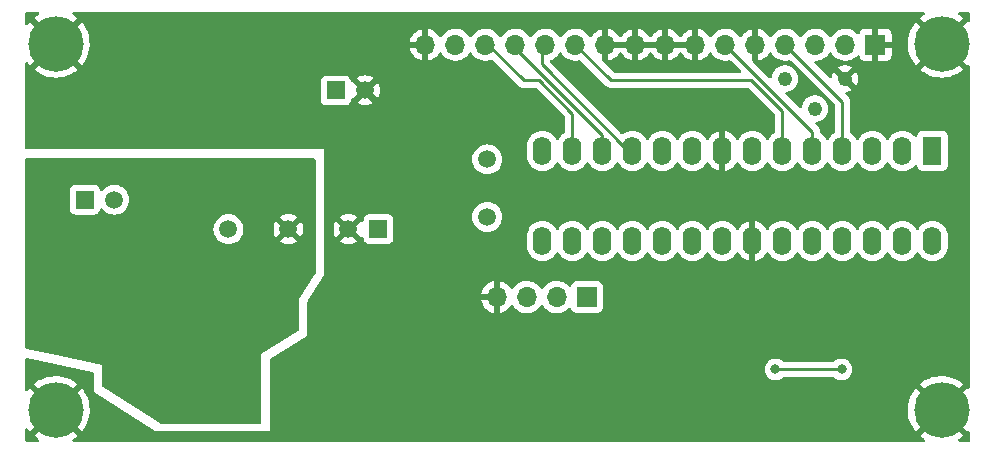
<source format=gbl>
G04 #@! TF.GenerationSoftware,KiCad,Pcbnew,(6.0.0-0)*
G04 #@! TF.CreationDate,2022-02-23T00:42:30+01:00*
G04 #@! TF.ProjectId,AC Power Supply,41432050-6f77-4657-9220-537570706c79,rev?*
G04 #@! TF.SameCoordinates,Original*
G04 #@! TF.FileFunction,Copper,L2,Bot*
G04 #@! TF.FilePolarity,Positive*
%FSLAX46Y46*%
G04 Gerber Fmt 4.6, Leading zero omitted, Abs format (unit mm)*
G04 Created by KiCad (PCBNEW (6.0.0-0)) date 2022-02-23 00:42:30*
%MOMM*%
%LPD*%
G01*
G04 APERTURE LIST*
G04 #@! TA.AperFunction,ComponentPad*
%ADD10C,1.219200*%
G04 #@! TD*
G04 #@! TA.AperFunction,ComponentPad*
%ADD11C,4.700000*%
G04 #@! TD*
G04 #@! TA.AperFunction,ComponentPad*
%ADD12R,1.508000X1.508000*%
G04 #@! TD*
G04 #@! TA.AperFunction,ComponentPad*
%ADD13C,1.508000*%
G04 #@! TD*
G04 #@! TA.AperFunction,ComponentPad*
%ADD14R,1.700000X1.700000*%
G04 #@! TD*
G04 #@! TA.AperFunction,ComponentPad*
%ADD15O,1.700000X1.700000*%
G04 #@! TD*
G04 #@! TA.AperFunction,ComponentPad*
%ADD16C,1.500000*%
G04 #@! TD*
G04 #@! TA.AperFunction,ComponentPad*
%ADD17R,1.600000X2.400000*%
G04 #@! TD*
G04 #@! TA.AperFunction,ComponentPad*
%ADD18O,1.600000X2.400000*%
G04 #@! TD*
G04 #@! TA.AperFunction,ViaPad*
%ADD19C,0.800000*%
G04 #@! TD*
G04 #@! TA.AperFunction,Conductor*
%ADD20C,0.250000*%
G04 #@! TD*
G04 APERTURE END LIST*
D10*
X112620000Y-49350000D03*
X115160000Y-51890000D03*
X117700000Y-49350000D03*
D11*
X125900000Y-46400000D03*
X50900000Y-77400000D03*
D12*
X78220000Y-62100000D03*
D13*
X75680000Y-62100000D03*
X70600000Y-62100000D03*
X65520000Y-62100000D03*
D14*
X95875000Y-67850000D03*
D15*
X93335000Y-67850000D03*
X90795000Y-67850000D03*
X88255000Y-67850000D03*
D12*
X53350000Y-59600000D03*
D13*
X55850000Y-59600000D03*
D11*
X125900000Y-77400000D03*
D16*
X87425000Y-56175000D03*
X87425000Y-61055000D03*
D11*
X50900000Y-46400000D03*
D17*
X125125000Y-55475000D03*
D18*
X122585000Y-55475000D03*
X120045000Y-55475000D03*
X117505000Y-55475000D03*
X114965000Y-55475000D03*
X112425000Y-55475000D03*
X109885000Y-55475000D03*
X107345000Y-55475000D03*
X104805000Y-55475000D03*
X102265000Y-55475000D03*
X99725000Y-55475000D03*
X97185000Y-55475000D03*
X94645000Y-55475000D03*
X92105000Y-55475000D03*
X92105000Y-63095000D03*
X94645000Y-63095000D03*
X97185000Y-63095000D03*
X99725000Y-63095000D03*
X102265000Y-63095000D03*
X104805000Y-63095000D03*
X107345000Y-63095000D03*
X109885000Y-63095000D03*
X112425000Y-63095000D03*
X114965000Y-63095000D03*
X117505000Y-63095000D03*
X120045000Y-63095000D03*
X122585000Y-63095000D03*
X125125000Y-63095000D03*
D12*
X74600000Y-50350000D03*
D13*
X77100000Y-50350000D03*
D14*
X120300000Y-46475000D03*
D15*
X117760000Y-46475000D03*
X115220000Y-46475000D03*
X112680000Y-46475000D03*
X110140000Y-46475000D03*
X107600000Y-46475000D03*
X105060000Y-46475000D03*
X102520000Y-46475000D03*
X99980000Y-46475000D03*
X97440000Y-46475000D03*
X94900000Y-46475000D03*
X92360000Y-46475000D03*
X89820000Y-46475000D03*
X87280000Y-46475000D03*
X84740000Y-46475000D03*
X82200000Y-46475000D03*
D19*
X76100000Y-77800000D03*
X61000000Y-77800000D03*
X61050000Y-76550000D03*
X54450000Y-72800000D03*
X69600000Y-65150000D03*
X68100000Y-71400000D03*
X74500000Y-64850000D03*
X81400000Y-63150000D03*
X81650000Y-54900000D03*
X105950000Y-52700000D03*
X77450000Y-69175000D03*
X121400000Y-79425000D03*
X107000000Y-78375000D03*
X98225000Y-68000000D03*
X119250000Y-79450000D03*
X114900000Y-78675000D03*
X77500000Y-71450000D03*
X97325000Y-73300000D03*
X119600000Y-71650000D03*
X104800000Y-73300000D03*
X127200000Y-69675000D03*
X106175000Y-71150000D03*
X111825000Y-73975000D03*
X117425000Y-73975000D03*
D20*
X112425000Y-55475000D02*
X112425000Y-52125000D01*
X112425000Y-52125000D02*
X109800000Y-49500000D01*
X109800000Y-49500000D02*
X97925000Y-49500000D01*
X97925000Y-49500000D02*
X94900000Y-46475000D01*
X114965000Y-53840000D02*
X114965000Y-55475000D01*
X107600000Y-46475000D02*
X114965000Y-53840000D01*
X117505000Y-55475000D02*
X117505000Y-51300000D01*
X117505000Y-51300000D02*
X112680000Y-46475000D01*
X111825000Y-73975000D02*
X117425000Y-73975000D01*
X97185000Y-54085000D02*
X97185000Y-55475000D01*
X89820000Y-46720000D02*
X97185000Y-54085000D01*
X91825000Y-49500000D02*
X90500000Y-49500000D01*
X94645000Y-52320000D02*
X91825000Y-49500000D01*
X94645000Y-55475000D02*
X94645000Y-52320000D01*
X90500000Y-49500000D02*
X87475000Y-46475000D01*
X92025000Y-46475000D02*
X92025000Y-48150000D01*
X92025000Y-48150000D02*
X99350000Y-55475000D01*
G04 #@! TA.AperFunction,Conductor*
G36*
X49443126Y-43728002D02*
G01*
X49489619Y-43781658D01*
X49499723Y-43851932D01*
X49470229Y-43916512D01*
X49441961Y-43940737D01*
X49244694Y-44064482D01*
X49238766Y-44068694D01*
X49080316Y-44195636D01*
X49071846Y-44207762D01*
X49078241Y-44219030D01*
X50887190Y-46027980D01*
X50901131Y-46035592D01*
X50902966Y-46035461D01*
X50909580Y-46031210D01*
X52720675Y-44220114D01*
X52728067Y-44206577D01*
X52721279Y-44196875D01*
X52633637Y-44122022D01*
X52627861Y-44117638D01*
X52361398Y-43938582D01*
X52316013Y-43883986D01*
X52307350Y-43813520D01*
X52338158Y-43749556D01*
X52398657Y-43712403D01*
X52431674Y-43708000D01*
X124375005Y-43708000D01*
X124443126Y-43728002D01*
X124489619Y-43781658D01*
X124499723Y-43851932D01*
X124470229Y-43916512D01*
X124441961Y-43940737D01*
X124244694Y-44064482D01*
X124238766Y-44068694D01*
X124080316Y-44195636D01*
X124071846Y-44207762D01*
X124078241Y-44219030D01*
X125887190Y-46027980D01*
X125901131Y-46035592D01*
X125902966Y-46035461D01*
X125909580Y-46031210D01*
X127720675Y-44220114D01*
X127728067Y-44206577D01*
X127721279Y-44196875D01*
X127633637Y-44122022D01*
X127627861Y-44117638D01*
X127361398Y-43938582D01*
X127316013Y-43883986D01*
X127307350Y-43813520D01*
X127338158Y-43749556D01*
X127398657Y-43712403D01*
X127431674Y-43708000D01*
X128166000Y-43708000D01*
X128234121Y-43728002D01*
X128280614Y-43781658D01*
X128292000Y-43834000D01*
X128292000Y-44465206D01*
X128271998Y-44533327D01*
X128218342Y-44579820D01*
X128148068Y-44589924D01*
X128101598Y-44573504D01*
X128094035Y-44569007D01*
X128093431Y-44569028D01*
X128084951Y-44574260D01*
X126272020Y-46387190D01*
X126264408Y-46401131D01*
X126264539Y-46402966D01*
X126268790Y-46409580D01*
X128079776Y-48220565D01*
X128093129Y-48227857D01*
X128093228Y-48227787D01*
X128160391Y-48204773D01*
X128229335Y-48221723D01*
X128278170Y-48273256D01*
X128292000Y-48330648D01*
X128292000Y-75465206D01*
X128271998Y-75533327D01*
X128218342Y-75579820D01*
X128148068Y-75589924D01*
X128101598Y-75573504D01*
X128094035Y-75569007D01*
X128093431Y-75569028D01*
X128084951Y-75574260D01*
X126272020Y-77387190D01*
X126264408Y-77401131D01*
X126264539Y-77402966D01*
X126268790Y-77409580D01*
X128079776Y-79220565D01*
X128093129Y-79227857D01*
X128093228Y-79227787D01*
X128160391Y-79204773D01*
X128229335Y-79221723D01*
X128278170Y-79273256D01*
X128292000Y-79330648D01*
X128292000Y-79966000D01*
X128271998Y-80034121D01*
X128218342Y-80080614D01*
X128166000Y-80092000D01*
X127423452Y-80092000D01*
X127355331Y-80071998D01*
X127308838Y-80018342D01*
X127298734Y-79948068D01*
X127328228Y-79883488D01*
X127359881Y-79857212D01*
X127481143Y-79786352D01*
X127487176Y-79782343D01*
X127721689Y-79606266D01*
X127730143Y-79594939D01*
X127723398Y-79582609D01*
X125912810Y-77772020D01*
X125898869Y-77764408D01*
X125897034Y-77764539D01*
X125890420Y-77768790D01*
X124077663Y-79581548D01*
X124070049Y-79595492D01*
X124070067Y-79595745D01*
X124075981Y-79604488D01*
X124095672Y-79622405D01*
X124101304Y-79626966D01*
X124363062Y-79815058D01*
X124369192Y-79818948D01*
X124435591Y-79855905D01*
X124485385Y-79906511D01*
X124499915Y-79976005D01*
X124474567Y-80042323D01*
X124417389Y-80084408D01*
X124374313Y-80092000D01*
X52423452Y-80092000D01*
X52355331Y-80071998D01*
X52308838Y-80018342D01*
X52298734Y-79948068D01*
X52328228Y-79883488D01*
X52359881Y-79857212D01*
X52481143Y-79786352D01*
X52487176Y-79782343D01*
X52721689Y-79606266D01*
X52730143Y-79594939D01*
X52723398Y-79582609D01*
X50912810Y-77772020D01*
X50898869Y-77764408D01*
X50897034Y-77764539D01*
X50890420Y-77768790D01*
X49077663Y-79581548D01*
X49070049Y-79595492D01*
X49070067Y-79595745D01*
X49075981Y-79604488D01*
X49095672Y-79622405D01*
X49101304Y-79626966D01*
X49363062Y-79815058D01*
X49369192Y-79818948D01*
X49435591Y-79855905D01*
X49485385Y-79906511D01*
X49499915Y-79976005D01*
X49474567Y-80042323D01*
X49417389Y-80084408D01*
X49374313Y-80092000D01*
X48434000Y-80092000D01*
X48365879Y-80071998D01*
X48319386Y-80018342D01*
X48308000Y-79966000D01*
X48308000Y-79080421D01*
X48328002Y-79012300D01*
X48381658Y-78965807D01*
X48451932Y-78955703D01*
X48516512Y-78985197D01*
X48537840Y-79009054D01*
X48635856Y-79151668D01*
X48640291Y-79157387D01*
X48695061Y-79220170D01*
X48708233Y-79228573D01*
X48718084Y-79222705D01*
X50527980Y-77412810D01*
X50534357Y-77401131D01*
X51264408Y-77401131D01*
X51264539Y-77402966D01*
X51268790Y-77409580D01*
X53079776Y-79220565D01*
X53093130Y-79227857D01*
X53103102Y-79220803D01*
X53196013Y-79109681D01*
X53200329Y-79103870D01*
X53377308Y-78834447D01*
X53380922Y-78828185D01*
X53525759Y-78540208D01*
X53528632Y-78533570D01*
X53639407Y-78230864D01*
X53641503Y-78223923D01*
X53716751Y-77910495D01*
X53718035Y-77903356D01*
X53756858Y-77582538D01*
X53757282Y-77576968D01*
X53762755Y-77402797D01*
X53762682Y-77397204D01*
X53744079Y-77074573D01*
X53743247Y-77067383D01*
X53687828Y-76749840D01*
X53686173Y-76742785D01*
X53594627Y-76433733D01*
X53592170Y-76426908D01*
X53465706Y-76130417D01*
X53462485Y-76123928D01*
X53302773Y-75843924D01*
X53298841Y-75837869D01*
X53108003Y-75578075D01*
X53106760Y-75576573D01*
X53094037Y-75569007D01*
X53093431Y-75569028D01*
X53084951Y-75574260D01*
X51272020Y-77387190D01*
X51264408Y-77401131D01*
X50534357Y-77401131D01*
X50535592Y-77398869D01*
X50535461Y-77397034D01*
X50531210Y-77390420D01*
X48719218Y-75578429D01*
X48706425Y-75571443D01*
X48695671Y-75579308D01*
X48551419Y-75763280D01*
X48547281Y-75769234D01*
X48541432Y-75778778D01*
X48488784Y-75826409D01*
X48418742Y-75838015D01*
X48353545Y-75809911D01*
X48313891Y-75751020D01*
X48308000Y-75712942D01*
X48308000Y-75207762D01*
X49071846Y-75207762D01*
X49078241Y-75219030D01*
X50887190Y-77027980D01*
X50901131Y-77035592D01*
X50902966Y-77035461D01*
X50909580Y-77031210D01*
X52720675Y-75220114D01*
X52728067Y-75206577D01*
X52721279Y-75196875D01*
X52633637Y-75122022D01*
X52627849Y-75117629D01*
X52360314Y-74937852D01*
X52354091Y-74934172D01*
X52067643Y-74786325D01*
X52061032Y-74783382D01*
X51759507Y-74669445D01*
X51752581Y-74667274D01*
X51439957Y-74588749D01*
X51432850Y-74587393D01*
X51113273Y-74545319D01*
X51106031Y-74544788D01*
X50783759Y-74539725D01*
X50776497Y-74540029D01*
X50455761Y-74572043D01*
X50448613Y-74573175D01*
X50133670Y-74641844D01*
X50126692Y-74643792D01*
X49821727Y-74748205D01*
X49815033Y-74750937D01*
X49524090Y-74889710D01*
X49517735Y-74893204D01*
X49244694Y-75064482D01*
X49238766Y-75068694D01*
X49080316Y-75195636D01*
X49071846Y-75207762D01*
X48308000Y-75207762D01*
X48308000Y-73159479D01*
X48328002Y-73091358D01*
X48381658Y-73044865D01*
X48451932Y-73034761D01*
X48459436Y-73036074D01*
X53999465Y-74179255D01*
X54062136Y-74212610D01*
X54096827Y-74274554D01*
X54100000Y-74302654D01*
X54100000Y-75900000D01*
X54111588Y-75907354D01*
X54111589Y-75907355D01*
X59284861Y-79190393D01*
X59284862Y-79190393D01*
X59300000Y-79200000D01*
X69000000Y-79200000D01*
X69000000Y-77313708D01*
X123038665Y-77313708D01*
X123047102Y-77635932D01*
X123047708Y-77643148D01*
X123093126Y-77962264D01*
X123094560Y-77969375D01*
X123176356Y-78281164D01*
X123178593Y-78288047D01*
X123295679Y-78588358D01*
X123298699Y-78594956D01*
X123449532Y-78879831D01*
X123453278Y-78886016D01*
X123635856Y-79151668D01*
X123640291Y-79157387D01*
X123695061Y-79220170D01*
X123708233Y-79228573D01*
X123718084Y-79222705D01*
X125527980Y-77412810D01*
X125535592Y-77398869D01*
X125535461Y-77397034D01*
X125531210Y-77390420D01*
X123719218Y-75578429D01*
X123706425Y-75571443D01*
X123695671Y-75579308D01*
X123551419Y-75763280D01*
X123547284Y-75769229D01*
X123378856Y-76044078D01*
X123375445Y-76050439D01*
X123239724Y-76342826D01*
X123237056Y-76349564D01*
X123135845Y-76655596D01*
X123133969Y-76662600D01*
X123068604Y-76978237D01*
X123067547Y-76985398D01*
X123038893Y-77306455D01*
X123038665Y-77313708D01*
X69000000Y-77313708D01*
X69000000Y-75207762D01*
X124071846Y-75207762D01*
X124078241Y-75219030D01*
X125887190Y-77027980D01*
X125901131Y-77035592D01*
X125902966Y-77035461D01*
X125909580Y-77031210D01*
X127720675Y-75220114D01*
X127728067Y-75206577D01*
X127721279Y-75196875D01*
X127633637Y-75122022D01*
X127627849Y-75117629D01*
X127360314Y-74937852D01*
X127354091Y-74934172D01*
X127067643Y-74786325D01*
X127061032Y-74783382D01*
X126759507Y-74669445D01*
X126752581Y-74667274D01*
X126439957Y-74588749D01*
X126432850Y-74587393D01*
X126113273Y-74545319D01*
X126106031Y-74544788D01*
X125783759Y-74539725D01*
X125776497Y-74540029D01*
X125455761Y-74572043D01*
X125448613Y-74573175D01*
X125133670Y-74641844D01*
X125126692Y-74643792D01*
X124821727Y-74748205D01*
X124815033Y-74750937D01*
X124524090Y-74889710D01*
X124517735Y-74893204D01*
X124244694Y-75064482D01*
X124238766Y-75068694D01*
X124080316Y-75195636D01*
X124071846Y-75207762D01*
X69000000Y-75207762D01*
X69000000Y-73975000D01*
X110911496Y-73975000D01*
X110931458Y-74164928D01*
X110990473Y-74346556D01*
X111085960Y-74511944D01*
X111090378Y-74516851D01*
X111090379Y-74516852D01*
X111155115Y-74588749D01*
X111213747Y-74653866D01*
X111368248Y-74766118D01*
X111374276Y-74768802D01*
X111374278Y-74768803D01*
X111536681Y-74841109D01*
X111542712Y-74843794D01*
X111636113Y-74863647D01*
X111723056Y-74882128D01*
X111723061Y-74882128D01*
X111729513Y-74883500D01*
X111920487Y-74883500D01*
X111926939Y-74882128D01*
X111926944Y-74882128D01*
X112013887Y-74863647D01*
X112107288Y-74843794D01*
X112113319Y-74841109D01*
X112275722Y-74768803D01*
X112275724Y-74768802D01*
X112281752Y-74766118D01*
X112436253Y-74653866D01*
X112440668Y-74648963D01*
X112445580Y-74644540D01*
X112446705Y-74645789D01*
X112500014Y-74612949D01*
X112533200Y-74608500D01*
X116716800Y-74608500D01*
X116784921Y-74628502D01*
X116804147Y-74644843D01*
X116804420Y-74644540D01*
X116809332Y-74648963D01*
X116813747Y-74653866D01*
X116968248Y-74766118D01*
X116974276Y-74768802D01*
X116974278Y-74768803D01*
X117136681Y-74841109D01*
X117142712Y-74843794D01*
X117236113Y-74863647D01*
X117323056Y-74882128D01*
X117323061Y-74882128D01*
X117329513Y-74883500D01*
X117520487Y-74883500D01*
X117526939Y-74882128D01*
X117526944Y-74882128D01*
X117613887Y-74863647D01*
X117707288Y-74843794D01*
X117713319Y-74841109D01*
X117875722Y-74768803D01*
X117875724Y-74768802D01*
X117881752Y-74766118D01*
X118036253Y-74653866D01*
X118094885Y-74588749D01*
X118159621Y-74516852D01*
X118159622Y-74516851D01*
X118164040Y-74511944D01*
X118259527Y-74346556D01*
X118318542Y-74164928D01*
X118338504Y-73975000D01*
X118318542Y-73785072D01*
X118259527Y-73603444D01*
X118164040Y-73438056D01*
X118072999Y-73336944D01*
X118040675Y-73301045D01*
X118040674Y-73301044D01*
X118036253Y-73296134D01*
X117881752Y-73183882D01*
X117875724Y-73181198D01*
X117875722Y-73181197D01*
X117713319Y-73108891D01*
X117713318Y-73108891D01*
X117707288Y-73106206D01*
X117613887Y-73086353D01*
X117526944Y-73067872D01*
X117526939Y-73067872D01*
X117520487Y-73066500D01*
X117329513Y-73066500D01*
X117323061Y-73067872D01*
X117323056Y-73067872D01*
X117236113Y-73086353D01*
X117142712Y-73106206D01*
X117136682Y-73108891D01*
X117136681Y-73108891D01*
X116974278Y-73181197D01*
X116974276Y-73181198D01*
X116968248Y-73183882D01*
X116813747Y-73296134D01*
X116809332Y-73301037D01*
X116804420Y-73305460D01*
X116803295Y-73304211D01*
X116749986Y-73337051D01*
X116716800Y-73341500D01*
X112533200Y-73341500D01*
X112465079Y-73321498D01*
X112445853Y-73305157D01*
X112445580Y-73305460D01*
X112440668Y-73301037D01*
X112436253Y-73296134D01*
X112281752Y-73183882D01*
X112275724Y-73181198D01*
X112275722Y-73181197D01*
X112113319Y-73108891D01*
X112113318Y-73108891D01*
X112107288Y-73106206D01*
X112013887Y-73086353D01*
X111926944Y-73067872D01*
X111926939Y-73067872D01*
X111920487Y-73066500D01*
X111729513Y-73066500D01*
X111723061Y-73067872D01*
X111723056Y-73067872D01*
X111636113Y-73086353D01*
X111542712Y-73106206D01*
X111536682Y-73108891D01*
X111536681Y-73108891D01*
X111374278Y-73181197D01*
X111374276Y-73181198D01*
X111368248Y-73183882D01*
X111213747Y-73296134D01*
X111209326Y-73301044D01*
X111209325Y-73301045D01*
X111177002Y-73336944D01*
X111085960Y-73438056D01*
X110990473Y-73603444D01*
X110931458Y-73785072D01*
X110911496Y-73975000D01*
X69000000Y-73975000D01*
X69000000Y-73169836D01*
X69020002Y-73101715D01*
X69059220Y-73062988D01*
X72184638Y-71109601D01*
X72200000Y-71100000D01*
X72200000Y-68236690D01*
X72219699Y-68169044D01*
X72252204Y-68117966D01*
X86923257Y-68117966D01*
X86953565Y-68252446D01*
X86956645Y-68262275D01*
X87036770Y-68459603D01*
X87041413Y-68468794D01*
X87152694Y-68650388D01*
X87158777Y-68658699D01*
X87298213Y-68819667D01*
X87305580Y-68826883D01*
X87469434Y-68962916D01*
X87477881Y-68968831D01*
X87661756Y-69076279D01*
X87671042Y-69080729D01*
X87870001Y-69156703D01*
X87879899Y-69159579D01*
X87983250Y-69180606D01*
X87997299Y-69179410D01*
X88001000Y-69169065D01*
X88001000Y-69168517D01*
X88509000Y-69168517D01*
X88513064Y-69182359D01*
X88526478Y-69184393D01*
X88533184Y-69183534D01*
X88543262Y-69181392D01*
X88747255Y-69120191D01*
X88756842Y-69116433D01*
X88948095Y-69022739D01*
X88956945Y-69017464D01*
X89130328Y-68893792D01*
X89138200Y-68887139D01*
X89289052Y-68736812D01*
X89295730Y-68728965D01*
X89423022Y-68551819D01*
X89424279Y-68552722D01*
X89471373Y-68509362D01*
X89541311Y-68497145D01*
X89606751Y-68524678D01*
X89634579Y-68556511D01*
X89694987Y-68655088D01*
X89841250Y-68823938D01*
X90013126Y-68966632D01*
X90206000Y-69079338D01*
X90414692Y-69159030D01*
X90419760Y-69160061D01*
X90419763Y-69160062D01*
X90514862Y-69179410D01*
X90633597Y-69203567D01*
X90638772Y-69203757D01*
X90638774Y-69203757D01*
X90851673Y-69211564D01*
X90851677Y-69211564D01*
X90856837Y-69211753D01*
X90861957Y-69211097D01*
X90861959Y-69211097D01*
X91073288Y-69184025D01*
X91073289Y-69184025D01*
X91078416Y-69183368D01*
X91083366Y-69181883D01*
X91287429Y-69120661D01*
X91287434Y-69120659D01*
X91292384Y-69119174D01*
X91492994Y-69020896D01*
X91674860Y-68891173D01*
X91833096Y-68733489D01*
X91963453Y-68552077D01*
X91964776Y-68553028D01*
X92011645Y-68509857D01*
X92081580Y-68497625D01*
X92147026Y-68525144D01*
X92174875Y-68556994D01*
X92234987Y-68655088D01*
X92381250Y-68823938D01*
X92553126Y-68966632D01*
X92746000Y-69079338D01*
X92954692Y-69159030D01*
X92959760Y-69160061D01*
X92959763Y-69160062D01*
X93054862Y-69179410D01*
X93173597Y-69203567D01*
X93178772Y-69203757D01*
X93178774Y-69203757D01*
X93391673Y-69211564D01*
X93391677Y-69211564D01*
X93396837Y-69211753D01*
X93401957Y-69211097D01*
X93401959Y-69211097D01*
X93613288Y-69184025D01*
X93613289Y-69184025D01*
X93618416Y-69183368D01*
X93623366Y-69181883D01*
X93827429Y-69120661D01*
X93827434Y-69120659D01*
X93832384Y-69119174D01*
X94032994Y-69020896D01*
X94214860Y-68891173D01*
X94323091Y-68783319D01*
X94385462Y-68749404D01*
X94456268Y-68754592D01*
X94513030Y-68797238D01*
X94530012Y-68828341D01*
X94574385Y-68946705D01*
X94661739Y-69063261D01*
X94778295Y-69150615D01*
X94914684Y-69201745D01*
X94976866Y-69208500D01*
X96773134Y-69208500D01*
X96835316Y-69201745D01*
X96971705Y-69150615D01*
X97088261Y-69063261D01*
X97175615Y-68946705D01*
X97226745Y-68810316D01*
X97233500Y-68748134D01*
X97233500Y-66951866D01*
X97226745Y-66889684D01*
X97175615Y-66753295D01*
X97088261Y-66636739D01*
X96971705Y-66549385D01*
X96835316Y-66498255D01*
X96773134Y-66491500D01*
X94976866Y-66491500D01*
X94914684Y-66498255D01*
X94778295Y-66549385D01*
X94661739Y-66636739D01*
X94574385Y-66753295D01*
X94571233Y-66761703D01*
X94529919Y-66871907D01*
X94487277Y-66928671D01*
X94420716Y-66953371D01*
X94351367Y-66938163D01*
X94318743Y-66912476D01*
X94268151Y-66856875D01*
X94268142Y-66856866D01*
X94264670Y-66853051D01*
X94260619Y-66849852D01*
X94260615Y-66849848D01*
X94093414Y-66717800D01*
X94093410Y-66717798D01*
X94089359Y-66714598D01*
X94053028Y-66694542D01*
X94037136Y-66685769D01*
X93893789Y-66606638D01*
X93888920Y-66604914D01*
X93888916Y-66604912D01*
X93688087Y-66533795D01*
X93688083Y-66533794D01*
X93683212Y-66532069D01*
X93678119Y-66531162D01*
X93678116Y-66531161D01*
X93468373Y-66493800D01*
X93468367Y-66493799D01*
X93463284Y-66492894D01*
X93389452Y-66491992D01*
X93245081Y-66490228D01*
X93245079Y-66490228D01*
X93239911Y-66490165D01*
X93019091Y-66523955D01*
X92806756Y-66593357D01*
X92608607Y-66696507D01*
X92604474Y-66699610D01*
X92604471Y-66699612D01*
X92434100Y-66827530D01*
X92429965Y-66830635D01*
X92404541Y-66857240D01*
X92336280Y-66928671D01*
X92275629Y-66992138D01*
X92168201Y-67149621D01*
X92113293Y-67194621D01*
X92042768Y-67202792D01*
X91979021Y-67171538D01*
X91958324Y-67147054D01*
X91877822Y-67022617D01*
X91877820Y-67022614D01*
X91875014Y-67018277D01*
X91724670Y-66853051D01*
X91720619Y-66849852D01*
X91720615Y-66849848D01*
X91553414Y-66717800D01*
X91553410Y-66717798D01*
X91549359Y-66714598D01*
X91513028Y-66694542D01*
X91497136Y-66685769D01*
X91353789Y-66606638D01*
X91348920Y-66604914D01*
X91348916Y-66604912D01*
X91148087Y-66533795D01*
X91148083Y-66533794D01*
X91143212Y-66532069D01*
X91138119Y-66531162D01*
X91138116Y-66531161D01*
X90928373Y-66493800D01*
X90928367Y-66493799D01*
X90923284Y-66492894D01*
X90849452Y-66491992D01*
X90705081Y-66490228D01*
X90705079Y-66490228D01*
X90699911Y-66490165D01*
X90479091Y-66523955D01*
X90266756Y-66593357D01*
X90068607Y-66696507D01*
X90064474Y-66699610D01*
X90064471Y-66699612D01*
X89894100Y-66827530D01*
X89889965Y-66830635D01*
X89864541Y-66857240D01*
X89796280Y-66928671D01*
X89735629Y-66992138D01*
X89732720Y-66996403D01*
X89732714Y-66996411D01*
X89720404Y-67014457D01*
X89628204Y-67149618D01*
X89627898Y-67150066D01*
X89572987Y-67195069D01*
X89502462Y-67203240D01*
X89438715Y-67171986D01*
X89418018Y-67147502D01*
X89337426Y-67022926D01*
X89331136Y-67014757D01*
X89187806Y-66857240D01*
X89180273Y-66850215D01*
X89013139Y-66718222D01*
X89004552Y-66712517D01*
X88818117Y-66609599D01*
X88808705Y-66605369D01*
X88607959Y-66534280D01*
X88597988Y-66531646D01*
X88526837Y-66518972D01*
X88513540Y-66520432D01*
X88509000Y-66534989D01*
X88509000Y-69168517D01*
X88001000Y-69168517D01*
X88001000Y-68122115D01*
X87996525Y-68106876D01*
X87995135Y-68105671D01*
X87987452Y-68104000D01*
X86938225Y-68104000D01*
X86924694Y-68107973D01*
X86923257Y-68117966D01*
X72252204Y-68117966D01*
X72258563Y-68107973D01*
X72591884Y-67584183D01*
X86919389Y-67584183D01*
X86920912Y-67592607D01*
X86933292Y-67596000D01*
X87982885Y-67596000D01*
X87998124Y-67591525D01*
X87999329Y-67590135D01*
X88001000Y-67582452D01*
X88001000Y-66533102D01*
X87997082Y-66519758D01*
X87982806Y-66517771D01*
X87944324Y-66523660D01*
X87934288Y-66526051D01*
X87731868Y-66592212D01*
X87722359Y-66596209D01*
X87533463Y-66694542D01*
X87524738Y-66700036D01*
X87354433Y-66827905D01*
X87346726Y-66834748D01*
X87199590Y-66988717D01*
X87193104Y-66996727D01*
X87073098Y-67172649D01*
X87068000Y-67181623D01*
X86978338Y-67374783D01*
X86974775Y-67384470D01*
X86919389Y-67584183D01*
X72591884Y-67584183D01*
X73600000Y-66000000D01*
X73600000Y-63552127D01*
X90796500Y-63552127D01*
X90811457Y-63723087D01*
X90870716Y-63944243D01*
X90873039Y-63949224D01*
X90873039Y-63949225D01*
X90965151Y-64146762D01*
X90965154Y-64146767D01*
X90967477Y-64151749D01*
X91098802Y-64339300D01*
X91260700Y-64501198D01*
X91265208Y-64504355D01*
X91265211Y-64504357D01*
X91343389Y-64559098D01*
X91448251Y-64632523D01*
X91453233Y-64634846D01*
X91453238Y-64634849D01*
X91649765Y-64726490D01*
X91655757Y-64729284D01*
X91661065Y-64730706D01*
X91661067Y-64730707D01*
X91871598Y-64787119D01*
X91871600Y-64787119D01*
X91876913Y-64788543D01*
X92105000Y-64808498D01*
X92333087Y-64788543D01*
X92338400Y-64787119D01*
X92338402Y-64787119D01*
X92548933Y-64730707D01*
X92548935Y-64730706D01*
X92554243Y-64729284D01*
X92560235Y-64726490D01*
X92756762Y-64634849D01*
X92756767Y-64634846D01*
X92761749Y-64632523D01*
X92866611Y-64559098D01*
X92944789Y-64504357D01*
X92944792Y-64504355D01*
X92949300Y-64501198D01*
X93111198Y-64339300D01*
X93242523Y-64151749D01*
X93244846Y-64146767D01*
X93244849Y-64146762D01*
X93260805Y-64112543D01*
X93307722Y-64059258D01*
X93375999Y-64039797D01*
X93443959Y-64060339D01*
X93489195Y-64112543D01*
X93505151Y-64146762D01*
X93505154Y-64146767D01*
X93507477Y-64151749D01*
X93638802Y-64339300D01*
X93800700Y-64501198D01*
X93805208Y-64504355D01*
X93805211Y-64504357D01*
X93883389Y-64559098D01*
X93988251Y-64632523D01*
X93993233Y-64634846D01*
X93993238Y-64634849D01*
X94189765Y-64726490D01*
X94195757Y-64729284D01*
X94201065Y-64730706D01*
X94201067Y-64730707D01*
X94411598Y-64787119D01*
X94411600Y-64787119D01*
X94416913Y-64788543D01*
X94645000Y-64808498D01*
X94873087Y-64788543D01*
X94878400Y-64787119D01*
X94878402Y-64787119D01*
X95088933Y-64730707D01*
X95088935Y-64730706D01*
X95094243Y-64729284D01*
X95100235Y-64726490D01*
X95296762Y-64634849D01*
X95296767Y-64634846D01*
X95301749Y-64632523D01*
X95406611Y-64559098D01*
X95484789Y-64504357D01*
X95484792Y-64504355D01*
X95489300Y-64501198D01*
X95651198Y-64339300D01*
X95782523Y-64151749D01*
X95784846Y-64146767D01*
X95784849Y-64146762D01*
X95800805Y-64112543D01*
X95847722Y-64059258D01*
X95915999Y-64039797D01*
X95983959Y-64060339D01*
X96029195Y-64112543D01*
X96045151Y-64146762D01*
X96045154Y-64146767D01*
X96047477Y-64151749D01*
X96178802Y-64339300D01*
X96340700Y-64501198D01*
X96345208Y-64504355D01*
X96345211Y-64504357D01*
X96423389Y-64559098D01*
X96528251Y-64632523D01*
X96533233Y-64634846D01*
X96533238Y-64634849D01*
X96729765Y-64726490D01*
X96735757Y-64729284D01*
X96741065Y-64730706D01*
X96741067Y-64730707D01*
X96951598Y-64787119D01*
X96951600Y-64787119D01*
X96956913Y-64788543D01*
X97185000Y-64808498D01*
X97413087Y-64788543D01*
X97418400Y-64787119D01*
X97418402Y-64787119D01*
X97628933Y-64730707D01*
X97628935Y-64730706D01*
X97634243Y-64729284D01*
X97640235Y-64726490D01*
X97836762Y-64634849D01*
X97836767Y-64634846D01*
X97841749Y-64632523D01*
X97946611Y-64559098D01*
X98024789Y-64504357D01*
X98024792Y-64504355D01*
X98029300Y-64501198D01*
X98191198Y-64339300D01*
X98322523Y-64151749D01*
X98324846Y-64146767D01*
X98324849Y-64146762D01*
X98340805Y-64112543D01*
X98387722Y-64059258D01*
X98455999Y-64039797D01*
X98523959Y-64060339D01*
X98569195Y-64112543D01*
X98585151Y-64146762D01*
X98585154Y-64146767D01*
X98587477Y-64151749D01*
X98718802Y-64339300D01*
X98880700Y-64501198D01*
X98885208Y-64504355D01*
X98885211Y-64504357D01*
X98963389Y-64559098D01*
X99068251Y-64632523D01*
X99073233Y-64634846D01*
X99073238Y-64634849D01*
X99269765Y-64726490D01*
X99275757Y-64729284D01*
X99281065Y-64730706D01*
X99281067Y-64730707D01*
X99491598Y-64787119D01*
X99491600Y-64787119D01*
X99496913Y-64788543D01*
X99725000Y-64808498D01*
X99953087Y-64788543D01*
X99958400Y-64787119D01*
X99958402Y-64787119D01*
X100168933Y-64730707D01*
X100168935Y-64730706D01*
X100174243Y-64729284D01*
X100180235Y-64726490D01*
X100376762Y-64634849D01*
X100376767Y-64634846D01*
X100381749Y-64632523D01*
X100486611Y-64559098D01*
X100564789Y-64504357D01*
X100564792Y-64504355D01*
X100569300Y-64501198D01*
X100731198Y-64339300D01*
X100862523Y-64151749D01*
X100864846Y-64146767D01*
X100864849Y-64146762D01*
X100880805Y-64112543D01*
X100927722Y-64059258D01*
X100995999Y-64039797D01*
X101063959Y-64060339D01*
X101109195Y-64112543D01*
X101125151Y-64146762D01*
X101125154Y-64146767D01*
X101127477Y-64151749D01*
X101258802Y-64339300D01*
X101420700Y-64501198D01*
X101425208Y-64504355D01*
X101425211Y-64504357D01*
X101503389Y-64559098D01*
X101608251Y-64632523D01*
X101613233Y-64634846D01*
X101613238Y-64634849D01*
X101809765Y-64726490D01*
X101815757Y-64729284D01*
X101821065Y-64730706D01*
X101821067Y-64730707D01*
X102031598Y-64787119D01*
X102031600Y-64787119D01*
X102036913Y-64788543D01*
X102265000Y-64808498D01*
X102493087Y-64788543D01*
X102498400Y-64787119D01*
X102498402Y-64787119D01*
X102708933Y-64730707D01*
X102708935Y-64730706D01*
X102714243Y-64729284D01*
X102720235Y-64726490D01*
X102916762Y-64634849D01*
X102916767Y-64634846D01*
X102921749Y-64632523D01*
X103026611Y-64559098D01*
X103104789Y-64504357D01*
X103104792Y-64504355D01*
X103109300Y-64501198D01*
X103271198Y-64339300D01*
X103402523Y-64151749D01*
X103404846Y-64146767D01*
X103404849Y-64146762D01*
X103420805Y-64112543D01*
X103467722Y-64059258D01*
X103535999Y-64039797D01*
X103603959Y-64060339D01*
X103649195Y-64112543D01*
X103665151Y-64146762D01*
X103665154Y-64146767D01*
X103667477Y-64151749D01*
X103798802Y-64339300D01*
X103960700Y-64501198D01*
X103965208Y-64504355D01*
X103965211Y-64504357D01*
X104043389Y-64559098D01*
X104148251Y-64632523D01*
X104153233Y-64634846D01*
X104153238Y-64634849D01*
X104349765Y-64726490D01*
X104355757Y-64729284D01*
X104361065Y-64730706D01*
X104361067Y-64730707D01*
X104571598Y-64787119D01*
X104571600Y-64787119D01*
X104576913Y-64788543D01*
X104805000Y-64808498D01*
X105033087Y-64788543D01*
X105038400Y-64787119D01*
X105038402Y-64787119D01*
X105248933Y-64730707D01*
X105248935Y-64730706D01*
X105254243Y-64729284D01*
X105260235Y-64726490D01*
X105456762Y-64634849D01*
X105456767Y-64634846D01*
X105461749Y-64632523D01*
X105566611Y-64559098D01*
X105644789Y-64504357D01*
X105644792Y-64504355D01*
X105649300Y-64501198D01*
X105811198Y-64339300D01*
X105942523Y-64151749D01*
X105944846Y-64146767D01*
X105944849Y-64146762D01*
X105960805Y-64112543D01*
X106007722Y-64059258D01*
X106075999Y-64039797D01*
X106143959Y-64060339D01*
X106189195Y-64112543D01*
X106205151Y-64146762D01*
X106205154Y-64146767D01*
X106207477Y-64151749D01*
X106338802Y-64339300D01*
X106500700Y-64501198D01*
X106505208Y-64504355D01*
X106505211Y-64504357D01*
X106583389Y-64559098D01*
X106688251Y-64632523D01*
X106693233Y-64634846D01*
X106693238Y-64634849D01*
X106889765Y-64726490D01*
X106895757Y-64729284D01*
X106901065Y-64730706D01*
X106901067Y-64730707D01*
X107111598Y-64787119D01*
X107111600Y-64787119D01*
X107116913Y-64788543D01*
X107345000Y-64808498D01*
X107573087Y-64788543D01*
X107578400Y-64787119D01*
X107578402Y-64787119D01*
X107788933Y-64730707D01*
X107788935Y-64730706D01*
X107794243Y-64729284D01*
X107800235Y-64726490D01*
X107996762Y-64634849D01*
X107996767Y-64634846D01*
X108001749Y-64632523D01*
X108106611Y-64559098D01*
X108184789Y-64504357D01*
X108184792Y-64504355D01*
X108189300Y-64501198D01*
X108351198Y-64339300D01*
X108482523Y-64151749D01*
X108484846Y-64146767D01*
X108484849Y-64146762D01*
X108501081Y-64111951D01*
X108547998Y-64058666D01*
X108616275Y-64039205D01*
X108684235Y-64059747D01*
X108729471Y-64111951D01*
X108745586Y-64146511D01*
X108751069Y-64156007D01*
X108876028Y-64334467D01*
X108883084Y-64342875D01*
X109037125Y-64496916D01*
X109045533Y-64503972D01*
X109223993Y-64628931D01*
X109233489Y-64634414D01*
X109430947Y-64726490D01*
X109441239Y-64730236D01*
X109613503Y-64776394D01*
X109627599Y-64776058D01*
X109631000Y-64768116D01*
X109631000Y-64762967D01*
X110139000Y-64762967D01*
X110142973Y-64776498D01*
X110151522Y-64777727D01*
X110328761Y-64730236D01*
X110339053Y-64726490D01*
X110536511Y-64634414D01*
X110546007Y-64628931D01*
X110724467Y-64503972D01*
X110732875Y-64496916D01*
X110886916Y-64342875D01*
X110893972Y-64334467D01*
X111018931Y-64156007D01*
X111024414Y-64146511D01*
X111040529Y-64111951D01*
X111087446Y-64058666D01*
X111155723Y-64039205D01*
X111223683Y-64059747D01*
X111268919Y-64111951D01*
X111285151Y-64146762D01*
X111285154Y-64146767D01*
X111287477Y-64151749D01*
X111418802Y-64339300D01*
X111580700Y-64501198D01*
X111585208Y-64504355D01*
X111585211Y-64504357D01*
X111663389Y-64559098D01*
X111768251Y-64632523D01*
X111773233Y-64634846D01*
X111773238Y-64634849D01*
X111969765Y-64726490D01*
X111975757Y-64729284D01*
X111981065Y-64730706D01*
X111981067Y-64730707D01*
X112191598Y-64787119D01*
X112191600Y-64787119D01*
X112196913Y-64788543D01*
X112425000Y-64808498D01*
X112653087Y-64788543D01*
X112658400Y-64787119D01*
X112658402Y-64787119D01*
X112868933Y-64730707D01*
X112868935Y-64730706D01*
X112874243Y-64729284D01*
X112880235Y-64726490D01*
X113076762Y-64634849D01*
X113076767Y-64634846D01*
X113081749Y-64632523D01*
X113186611Y-64559098D01*
X113264789Y-64504357D01*
X113264792Y-64504355D01*
X113269300Y-64501198D01*
X113431198Y-64339300D01*
X113562523Y-64151749D01*
X113564846Y-64146767D01*
X113564849Y-64146762D01*
X113580805Y-64112543D01*
X113627722Y-64059258D01*
X113695999Y-64039797D01*
X113763959Y-64060339D01*
X113809195Y-64112543D01*
X113825151Y-64146762D01*
X113825154Y-64146767D01*
X113827477Y-64151749D01*
X113958802Y-64339300D01*
X114120700Y-64501198D01*
X114125208Y-64504355D01*
X114125211Y-64504357D01*
X114203389Y-64559098D01*
X114308251Y-64632523D01*
X114313233Y-64634846D01*
X114313238Y-64634849D01*
X114509765Y-64726490D01*
X114515757Y-64729284D01*
X114521065Y-64730706D01*
X114521067Y-64730707D01*
X114731598Y-64787119D01*
X114731600Y-64787119D01*
X114736913Y-64788543D01*
X114965000Y-64808498D01*
X115193087Y-64788543D01*
X115198400Y-64787119D01*
X115198402Y-64787119D01*
X115408933Y-64730707D01*
X115408935Y-64730706D01*
X115414243Y-64729284D01*
X115420235Y-64726490D01*
X115616762Y-64634849D01*
X115616767Y-64634846D01*
X115621749Y-64632523D01*
X115726611Y-64559098D01*
X115804789Y-64504357D01*
X115804792Y-64504355D01*
X115809300Y-64501198D01*
X115971198Y-64339300D01*
X116102523Y-64151749D01*
X116104846Y-64146767D01*
X116104849Y-64146762D01*
X116120805Y-64112543D01*
X116167722Y-64059258D01*
X116235999Y-64039797D01*
X116303959Y-64060339D01*
X116349195Y-64112543D01*
X116365151Y-64146762D01*
X116365154Y-64146767D01*
X116367477Y-64151749D01*
X116498802Y-64339300D01*
X116660700Y-64501198D01*
X116665208Y-64504355D01*
X116665211Y-64504357D01*
X116743389Y-64559098D01*
X116848251Y-64632523D01*
X116853233Y-64634846D01*
X116853238Y-64634849D01*
X117049765Y-64726490D01*
X117055757Y-64729284D01*
X117061065Y-64730706D01*
X117061067Y-64730707D01*
X117271598Y-64787119D01*
X117271600Y-64787119D01*
X117276913Y-64788543D01*
X117505000Y-64808498D01*
X117733087Y-64788543D01*
X117738400Y-64787119D01*
X117738402Y-64787119D01*
X117948933Y-64730707D01*
X117948935Y-64730706D01*
X117954243Y-64729284D01*
X117960235Y-64726490D01*
X118156762Y-64634849D01*
X118156767Y-64634846D01*
X118161749Y-64632523D01*
X118266611Y-64559098D01*
X118344789Y-64504357D01*
X118344792Y-64504355D01*
X118349300Y-64501198D01*
X118511198Y-64339300D01*
X118642523Y-64151749D01*
X118644846Y-64146767D01*
X118644849Y-64146762D01*
X118660805Y-64112543D01*
X118707722Y-64059258D01*
X118775999Y-64039797D01*
X118843959Y-64060339D01*
X118889195Y-64112543D01*
X118905151Y-64146762D01*
X118905154Y-64146767D01*
X118907477Y-64151749D01*
X119038802Y-64339300D01*
X119200700Y-64501198D01*
X119205208Y-64504355D01*
X119205211Y-64504357D01*
X119283389Y-64559098D01*
X119388251Y-64632523D01*
X119393233Y-64634846D01*
X119393238Y-64634849D01*
X119589765Y-64726490D01*
X119595757Y-64729284D01*
X119601065Y-64730706D01*
X119601067Y-64730707D01*
X119811598Y-64787119D01*
X119811600Y-64787119D01*
X119816913Y-64788543D01*
X120045000Y-64808498D01*
X120273087Y-64788543D01*
X120278400Y-64787119D01*
X120278402Y-64787119D01*
X120488933Y-64730707D01*
X120488935Y-64730706D01*
X120494243Y-64729284D01*
X120500235Y-64726490D01*
X120696762Y-64634849D01*
X120696767Y-64634846D01*
X120701749Y-64632523D01*
X120806611Y-64559098D01*
X120884789Y-64504357D01*
X120884792Y-64504355D01*
X120889300Y-64501198D01*
X121051198Y-64339300D01*
X121182523Y-64151749D01*
X121184846Y-64146767D01*
X121184849Y-64146762D01*
X121200805Y-64112543D01*
X121247722Y-64059258D01*
X121315999Y-64039797D01*
X121383959Y-64060339D01*
X121429195Y-64112543D01*
X121445151Y-64146762D01*
X121445154Y-64146767D01*
X121447477Y-64151749D01*
X121578802Y-64339300D01*
X121740700Y-64501198D01*
X121745208Y-64504355D01*
X121745211Y-64504357D01*
X121823389Y-64559098D01*
X121928251Y-64632523D01*
X121933233Y-64634846D01*
X121933238Y-64634849D01*
X122129765Y-64726490D01*
X122135757Y-64729284D01*
X122141065Y-64730706D01*
X122141067Y-64730707D01*
X122351598Y-64787119D01*
X122351600Y-64787119D01*
X122356913Y-64788543D01*
X122585000Y-64808498D01*
X122813087Y-64788543D01*
X122818400Y-64787119D01*
X122818402Y-64787119D01*
X123028933Y-64730707D01*
X123028935Y-64730706D01*
X123034243Y-64729284D01*
X123040235Y-64726490D01*
X123236762Y-64634849D01*
X123236767Y-64634846D01*
X123241749Y-64632523D01*
X123346611Y-64559098D01*
X123424789Y-64504357D01*
X123424792Y-64504355D01*
X123429300Y-64501198D01*
X123591198Y-64339300D01*
X123722523Y-64151749D01*
X123724846Y-64146767D01*
X123724849Y-64146762D01*
X123740805Y-64112543D01*
X123787722Y-64059258D01*
X123855999Y-64039797D01*
X123923959Y-64060339D01*
X123969195Y-64112543D01*
X123985151Y-64146762D01*
X123985154Y-64146767D01*
X123987477Y-64151749D01*
X124118802Y-64339300D01*
X124280700Y-64501198D01*
X124285208Y-64504355D01*
X124285211Y-64504357D01*
X124363389Y-64559098D01*
X124468251Y-64632523D01*
X124473233Y-64634846D01*
X124473238Y-64634849D01*
X124669765Y-64726490D01*
X124675757Y-64729284D01*
X124681065Y-64730706D01*
X124681067Y-64730707D01*
X124891598Y-64787119D01*
X124891600Y-64787119D01*
X124896913Y-64788543D01*
X125125000Y-64808498D01*
X125353087Y-64788543D01*
X125358400Y-64787119D01*
X125358402Y-64787119D01*
X125568933Y-64730707D01*
X125568935Y-64730706D01*
X125574243Y-64729284D01*
X125580235Y-64726490D01*
X125776762Y-64634849D01*
X125776767Y-64634846D01*
X125781749Y-64632523D01*
X125886611Y-64559098D01*
X125964789Y-64504357D01*
X125964792Y-64504355D01*
X125969300Y-64501198D01*
X126131198Y-64339300D01*
X126262523Y-64151749D01*
X126264846Y-64146767D01*
X126264849Y-64146762D01*
X126356961Y-63949225D01*
X126356961Y-63949224D01*
X126359284Y-63944243D01*
X126418543Y-63723087D01*
X126433500Y-63552127D01*
X126433500Y-62637873D01*
X126418543Y-62466913D01*
X126373710Y-62299594D01*
X126360707Y-62251067D01*
X126360706Y-62251065D01*
X126359284Y-62245757D01*
X126305148Y-62129661D01*
X126264849Y-62043238D01*
X126264846Y-62043233D01*
X126262523Y-62038251D01*
X126142638Y-61867038D01*
X126134357Y-61855211D01*
X126134355Y-61855208D01*
X126131198Y-61850700D01*
X125969300Y-61688802D01*
X125964792Y-61685645D01*
X125964789Y-61685643D01*
X125886611Y-61630902D01*
X125781749Y-61557477D01*
X125776767Y-61555154D01*
X125776762Y-61555151D01*
X125579225Y-61463039D01*
X125579224Y-61463039D01*
X125574243Y-61460716D01*
X125568935Y-61459294D01*
X125568933Y-61459293D01*
X125358402Y-61402881D01*
X125358400Y-61402881D01*
X125353087Y-61401457D01*
X125125000Y-61381502D01*
X124896913Y-61401457D01*
X124891600Y-61402881D01*
X124891598Y-61402881D01*
X124681067Y-61459293D01*
X124681065Y-61459294D01*
X124675757Y-61460716D01*
X124670776Y-61463039D01*
X124670775Y-61463039D01*
X124473238Y-61555151D01*
X124473233Y-61555154D01*
X124468251Y-61557477D01*
X124363389Y-61630902D01*
X124285211Y-61685643D01*
X124285208Y-61685645D01*
X124280700Y-61688802D01*
X124118802Y-61850700D01*
X124115645Y-61855208D01*
X124115643Y-61855211D01*
X124107362Y-61867038D01*
X123987477Y-62038251D01*
X123985154Y-62043233D01*
X123985151Y-62043238D01*
X123969195Y-62077457D01*
X123922278Y-62130742D01*
X123854001Y-62150203D01*
X123786041Y-62129661D01*
X123740805Y-62077457D01*
X123724849Y-62043238D01*
X123724846Y-62043233D01*
X123722523Y-62038251D01*
X123602638Y-61867038D01*
X123594357Y-61855211D01*
X123594355Y-61855208D01*
X123591198Y-61850700D01*
X123429300Y-61688802D01*
X123424792Y-61685645D01*
X123424789Y-61685643D01*
X123346611Y-61630902D01*
X123241749Y-61557477D01*
X123236767Y-61555154D01*
X123236762Y-61555151D01*
X123039225Y-61463039D01*
X123039224Y-61463039D01*
X123034243Y-61460716D01*
X123028935Y-61459294D01*
X123028933Y-61459293D01*
X122818402Y-61402881D01*
X122818400Y-61402881D01*
X122813087Y-61401457D01*
X122585000Y-61381502D01*
X122356913Y-61401457D01*
X122351600Y-61402881D01*
X122351598Y-61402881D01*
X122141067Y-61459293D01*
X122141065Y-61459294D01*
X122135757Y-61460716D01*
X122130776Y-61463039D01*
X122130775Y-61463039D01*
X121933238Y-61555151D01*
X121933233Y-61555154D01*
X121928251Y-61557477D01*
X121823389Y-61630902D01*
X121745211Y-61685643D01*
X121745208Y-61685645D01*
X121740700Y-61688802D01*
X121578802Y-61850700D01*
X121575645Y-61855208D01*
X121575643Y-61855211D01*
X121567362Y-61867038D01*
X121447477Y-62038251D01*
X121445154Y-62043233D01*
X121445151Y-62043238D01*
X121429195Y-62077457D01*
X121382278Y-62130742D01*
X121314001Y-62150203D01*
X121246041Y-62129661D01*
X121200805Y-62077457D01*
X121184849Y-62043238D01*
X121184846Y-62043233D01*
X121182523Y-62038251D01*
X121062638Y-61867038D01*
X121054357Y-61855211D01*
X121054355Y-61855208D01*
X121051198Y-61850700D01*
X120889300Y-61688802D01*
X120884792Y-61685645D01*
X120884789Y-61685643D01*
X120806611Y-61630902D01*
X120701749Y-61557477D01*
X120696767Y-61555154D01*
X120696762Y-61555151D01*
X120499225Y-61463039D01*
X120499224Y-61463039D01*
X120494243Y-61460716D01*
X120488935Y-61459294D01*
X120488933Y-61459293D01*
X120278402Y-61402881D01*
X120278400Y-61402881D01*
X120273087Y-61401457D01*
X120045000Y-61381502D01*
X119816913Y-61401457D01*
X119811600Y-61402881D01*
X119811598Y-61402881D01*
X119601067Y-61459293D01*
X119601065Y-61459294D01*
X119595757Y-61460716D01*
X119590776Y-61463039D01*
X119590775Y-61463039D01*
X119393238Y-61555151D01*
X119393233Y-61555154D01*
X119388251Y-61557477D01*
X119283389Y-61630902D01*
X119205211Y-61685643D01*
X119205208Y-61685645D01*
X119200700Y-61688802D01*
X119038802Y-61850700D01*
X119035645Y-61855208D01*
X119035643Y-61855211D01*
X119027362Y-61867038D01*
X118907477Y-62038251D01*
X118905154Y-62043233D01*
X118905151Y-62043238D01*
X118889195Y-62077457D01*
X118842278Y-62130742D01*
X118774001Y-62150203D01*
X118706041Y-62129661D01*
X118660805Y-62077457D01*
X118644849Y-62043238D01*
X118644846Y-62043233D01*
X118642523Y-62038251D01*
X118522638Y-61867038D01*
X118514357Y-61855211D01*
X118514355Y-61855208D01*
X118511198Y-61850700D01*
X118349300Y-61688802D01*
X118344792Y-61685645D01*
X118344789Y-61685643D01*
X118266611Y-61630902D01*
X118161749Y-61557477D01*
X118156767Y-61555154D01*
X118156762Y-61555151D01*
X117959225Y-61463039D01*
X117959224Y-61463039D01*
X117954243Y-61460716D01*
X117948935Y-61459294D01*
X117948933Y-61459293D01*
X117738402Y-61402881D01*
X117738400Y-61402881D01*
X117733087Y-61401457D01*
X117505000Y-61381502D01*
X117276913Y-61401457D01*
X117271600Y-61402881D01*
X117271598Y-61402881D01*
X117061067Y-61459293D01*
X117061065Y-61459294D01*
X117055757Y-61460716D01*
X117050776Y-61463039D01*
X117050775Y-61463039D01*
X116853238Y-61555151D01*
X116853233Y-61555154D01*
X116848251Y-61557477D01*
X116743389Y-61630902D01*
X116665211Y-61685643D01*
X116665208Y-61685645D01*
X116660700Y-61688802D01*
X116498802Y-61850700D01*
X116495645Y-61855208D01*
X116495643Y-61855211D01*
X116487362Y-61867038D01*
X116367477Y-62038251D01*
X116365154Y-62043233D01*
X116365151Y-62043238D01*
X116349195Y-62077457D01*
X116302278Y-62130742D01*
X116234001Y-62150203D01*
X116166041Y-62129661D01*
X116120805Y-62077457D01*
X116104849Y-62043238D01*
X116104846Y-62043233D01*
X116102523Y-62038251D01*
X115982638Y-61867038D01*
X115974357Y-61855211D01*
X115974355Y-61855208D01*
X115971198Y-61850700D01*
X115809300Y-61688802D01*
X115804792Y-61685645D01*
X115804789Y-61685643D01*
X115726611Y-61630902D01*
X115621749Y-61557477D01*
X115616767Y-61555154D01*
X115616762Y-61555151D01*
X115419225Y-61463039D01*
X115419224Y-61463039D01*
X115414243Y-61460716D01*
X115408935Y-61459294D01*
X115408933Y-61459293D01*
X115198402Y-61402881D01*
X115198400Y-61402881D01*
X115193087Y-61401457D01*
X114965000Y-61381502D01*
X114736913Y-61401457D01*
X114731600Y-61402881D01*
X114731598Y-61402881D01*
X114521067Y-61459293D01*
X114521065Y-61459294D01*
X114515757Y-61460716D01*
X114510776Y-61463039D01*
X114510775Y-61463039D01*
X114313238Y-61555151D01*
X114313233Y-61555154D01*
X114308251Y-61557477D01*
X114203389Y-61630902D01*
X114125211Y-61685643D01*
X114125208Y-61685645D01*
X114120700Y-61688802D01*
X113958802Y-61850700D01*
X113955645Y-61855208D01*
X113955643Y-61855211D01*
X113947362Y-61867038D01*
X113827477Y-62038251D01*
X113825154Y-62043233D01*
X113825151Y-62043238D01*
X113809195Y-62077457D01*
X113762278Y-62130742D01*
X113694001Y-62150203D01*
X113626041Y-62129661D01*
X113580805Y-62077457D01*
X113564849Y-62043238D01*
X113564846Y-62043233D01*
X113562523Y-62038251D01*
X113442638Y-61867038D01*
X113434357Y-61855211D01*
X113434355Y-61855208D01*
X113431198Y-61850700D01*
X113269300Y-61688802D01*
X113264792Y-61685645D01*
X113264789Y-61685643D01*
X113186611Y-61630902D01*
X113081749Y-61557477D01*
X113076767Y-61555154D01*
X113076762Y-61555151D01*
X112879225Y-61463039D01*
X112879224Y-61463039D01*
X112874243Y-61460716D01*
X112868935Y-61459294D01*
X112868933Y-61459293D01*
X112658402Y-61402881D01*
X112658400Y-61402881D01*
X112653087Y-61401457D01*
X112425000Y-61381502D01*
X112196913Y-61401457D01*
X112191600Y-61402881D01*
X112191598Y-61402881D01*
X111981067Y-61459293D01*
X111981065Y-61459294D01*
X111975757Y-61460716D01*
X111970776Y-61463039D01*
X111970775Y-61463039D01*
X111773238Y-61555151D01*
X111773233Y-61555154D01*
X111768251Y-61557477D01*
X111663389Y-61630902D01*
X111585211Y-61685643D01*
X111585208Y-61685645D01*
X111580700Y-61688802D01*
X111418802Y-61850700D01*
X111415645Y-61855208D01*
X111415643Y-61855211D01*
X111407362Y-61867038D01*
X111287477Y-62038251D01*
X111285154Y-62043233D01*
X111285151Y-62043238D01*
X111268919Y-62078049D01*
X111222002Y-62131334D01*
X111153725Y-62150795D01*
X111085765Y-62130253D01*
X111040529Y-62078049D01*
X111024414Y-62043489D01*
X111018931Y-62033993D01*
X110893972Y-61855533D01*
X110886916Y-61847125D01*
X110732875Y-61693084D01*
X110724467Y-61686028D01*
X110546007Y-61561069D01*
X110536511Y-61555586D01*
X110339053Y-61463510D01*
X110328761Y-61459764D01*
X110156497Y-61413606D01*
X110142401Y-61413942D01*
X110139000Y-61421884D01*
X110139000Y-64762967D01*
X109631000Y-64762967D01*
X109631000Y-61427033D01*
X109627027Y-61413502D01*
X109618478Y-61412273D01*
X109441239Y-61459764D01*
X109430947Y-61463510D01*
X109233489Y-61555586D01*
X109223993Y-61561069D01*
X109045533Y-61686028D01*
X109037125Y-61693084D01*
X108883084Y-61847125D01*
X108876028Y-61855533D01*
X108751069Y-62033993D01*
X108745586Y-62043489D01*
X108729471Y-62078049D01*
X108682554Y-62131334D01*
X108614277Y-62150795D01*
X108546317Y-62130253D01*
X108501081Y-62078049D01*
X108484849Y-62043238D01*
X108484846Y-62043233D01*
X108482523Y-62038251D01*
X108362638Y-61867038D01*
X108354357Y-61855211D01*
X108354355Y-61855208D01*
X108351198Y-61850700D01*
X108189300Y-61688802D01*
X108184792Y-61685645D01*
X108184789Y-61685643D01*
X108106611Y-61630902D01*
X108001749Y-61557477D01*
X107996767Y-61555154D01*
X107996762Y-61555151D01*
X107799225Y-61463039D01*
X107799224Y-61463039D01*
X107794243Y-61460716D01*
X107788935Y-61459294D01*
X107788933Y-61459293D01*
X107578402Y-61402881D01*
X107578400Y-61402881D01*
X107573087Y-61401457D01*
X107345000Y-61381502D01*
X107116913Y-61401457D01*
X107111600Y-61402881D01*
X107111598Y-61402881D01*
X106901067Y-61459293D01*
X106901065Y-61459294D01*
X106895757Y-61460716D01*
X106890776Y-61463039D01*
X106890775Y-61463039D01*
X106693238Y-61555151D01*
X106693233Y-61555154D01*
X106688251Y-61557477D01*
X106583389Y-61630902D01*
X106505211Y-61685643D01*
X106505208Y-61685645D01*
X106500700Y-61688802D01*
X106338802Y-61850700D01*
X106335645Y-61855208D01*
X106335643Y-61855211D01*
X106327362Y-61867038D01*
X106207477Y-62038251D01*
X106205154Y-62043233D01*
X106205151Y-62043238D01*
X106189195Y-62077457D01*
X106142278Y-62130742D01*
X106074001Y-62150203D01*
X106006041Y-62129661D01*
X105960805Y-62077457D01*
X105944849Y-62043238D01*
X105944846Y-62043233D01*
X105942523Y-62038251D01*
X105822638Y-61867038D01*
X105814357Y-61855211D01*
X105814355Y-61855208D01*
X105811198Y-61850700D01*
X105649300Y-61688802D01*
X105644792Y-61685645D01*
X105644789Y-61685643D01*
X105566611Y-61630902D01*
X105461749Y-61557477D01*
X105456767Y-61555154D01*
X105456762Y-61555151D01*
X105259225Y-61463039D01*
X105259224Y-61463039D01*
X105254243Y-61460716D01*
X105248935Y-61459294D01*
X105248933Y-61459293D01*
X105038402Y-61402881D01*
X105038400Y-61402881D01*
X105033087Y-61401457D01*
X104805000Y-61381502D01*
X104576913Y-61401457D01*
X104571600Y-61402881D01*
X104571598Y-61402881D01*
X104361067Y-61459293D01*
X104361065Y-61459294D01*
X104355757Y-61460716D01*
X104350776Y-61463039D01*
X104350775Y-61463039D01*
X104153238Y-61555151D01*
X104153233Y-61555154D01*
X104148251Y-61557477D01*
X104043389Y-61630902D01*
X103965211Y-61685643D01*
X103965208Y-61685645D01*
X103960700Y-61688802D01*
X103798802Y-61850700D01*
X103795645Y-61855208D01*
X103795643Y-61855211D01*
X103787362Y-61867038D01*
X103667477Y-62038251D01*
X103665154Y-62043233D01*
X103665151Y-62043238D01*
X103649195Y-62077457D01*
X103602278Y-62130742D01*
X103534001Y-62150203D01*
X103466041Y-62129661D01*
X103420805Y-62077457D01*
X103404849Y-62043238D01*
X103404846Y-62043233D01*
X103402523Y-62038251D01*
X103282638Y-61867038D01*
X103274357Y-61855211D01*
X103274355Y-61855208D01*
X103271198Y-61850700D01*
X103109300Y-61688802D01*
X103104792Y-61685645D01*
X103104789Y-61685643D01*
X103026611Y-61630902D01*
X102921749Y-61557477D01*
X102916767Y-61555154D01*
X102916762Y-61555151D01*
X102719225Y-61463039D01*
X102719224Y-61463039D01*
X102714243Y-61460716D01*
X102708935Y-61459294D01*
X102708933Y-61459293D01*
X102498402Y-61402881D01*
X102498400Y-61402881D01*
X102493087Y-61401457D01*
X102265000Y-61381502D01*
X102036913Y-61401457D01*
X102031600Y-61402881D01*
X102031598Y-61402881D01*
X101821067Y-61459293D01*
X101821065Y-61459294D01*
X101815757Y-61460716D01*
X101810776Y-61463039D01*
X101810775Y-61463039D01*
X101613238Y-61555151D01*
X101613233Y-61555154D01*
X101608251Y-61557477D01*
X101503389Y-61630902D01*
X101425211Y-61685643D01*
X101425208Y-61685645D01*
X101420700Y-61688802D01*
X101258802Y-61850700D01*
X101255645Y-61855208D01*
X101255643Y-61855211D01*
X101247362Y-61867038D01*
X101127477Y-62038251D01*
X101125154Y-62043233D01*
X101125151Y-62043238D01*
X101109195Y-62077457D01*
X101062278Y-62130742D01*
X100994001Y-62150203D01*
X100926041Y-62129661D01*
X100880805Y-62077457D01*
X100864849Y-62043238D01*
X100864846Y-62043233D01*
X100862523Y-62038251D01*
X100742638Y-61867038D01*
X100734357Y-61855211D01*
X100734355Y-61855208D01*
X100731198Y-61850700D01*
X100569300Y-61688802D01*
X100564792Y-61685645D01*
X100564789Y-61685643D01*
X100486611Y-61630902D01*
X100381749Y-61557477D01*
X100376767Y-61555154D01*
X100376762Y-61555151D01*
X100179225Y-61463039D01*
X100179224Y-61463039D01*
X100174243Y-61460716D01*
X100168935Y-61459294D01*
X100168933Y-61459293D01*
X99958402Y-61402881D01*
X99958400Y-61402881D01*
X99953087Y-61401457D01*
X99725000Y-61381502D01*
X99496913Y-61401457D01*
X99491600Y-61402881D01*
X99491598Y-61402881D01*
X99281067Y-61459293D01*
X99281065Y-61459294D01*
X99275757Y-61460716D01*
X99270776Y-61463039D01*
X99270775Y-61463039D01*
X99073238Y-61555151D01*
X99073233Y-61555154D01*
X99068251Y-61557477D01*
X98963389Y-61630902D01*
X98885211Y-61685643D01*
X98885208Y-61685645D01*
X98880700Y-61688802D01*
X98718802Y-61850700D01*
X98715645Y-61855208D01*
X98715643Y-61855211D01*
X98707362Y-61867038D01*
X98587477Y-62038251D01*
X98585154Y-62043233D01*
X98585151Y-62043238D01*
X98569195Y-62077457D01*
X98522278Y-62130742D01*
X98454001Y-62150203D01*
X98386041Y-62129661D01*
X98340805Y-62077457D01*
X98324849Y-62043238D01*
X98324846Y-62043233D01*
X98322523Y-62038251D01*
X98202638Y-61867038D01*
X98194357Y-61855211D01*
X98194355Y-61855208D01*
X98191198Y-61850700D01*
X98029300Y-61688802D01*
X98024792Y-61685645D01*
X98024789Y-61685643D01*
X97946611Y-61630902D01*
X97841749Y-61557477D01*
X97836767Y-61555154D01*
X97836762Y-61555151D01*
X97639225Y-61463039D01*
X97639224Y-61463039D01*
X97634243Y-61460716D01*
X97628935Y-61459294D01*
X97628933Y-61459293D01*
X97418402Y-61402881D01*
X97418400Y-61402881D01*
X97413087Y-61401457D01*
X97185000Y-61381502D01*
X96956913Y-61401457D01*
X96951600Y-61402881D01*
X96951598Y-61402881D01*
X96741067Y-61459293D01*
X96741065Y-61459294D01*
X96735757Y-61460716D01*
X96730776Y-61463039D01*
X96730775Y-61463039D01*
X96533238Y-61555151D01*
X96533233Y-61555154D01*
X96528251Y-61557477D01*
X96423389Y-61630902D01*
X96345211Y-61685643D01*
X96345208Y-61685645D01*
X96340700Y-61688802D01*
X96178802Y-61850700D01*
X96175645Y-61855208D01*
X96175643Y-61855211D01*
X96167362Y-61867038D01*
X96047477Y-62038251D01*
X96045154Y-62043233D01*
X96045151Y-62043238D01*
X96029195Y-62077457D01*
X95982278Y-62130742D01*
X95914001Y-62150203D01*
X95846041Y-62129661D01*
X95800805Y-62077457D01*
X95784849Y-62043238D01*
X95784846Y-62043233D01*
X95782523Y-62038251D01*
X95662638Y-61867038D01*
X95654357Y-61855211D01*
X95654355Y-61855208D01*
X95651198Y-61850700D01*
X95489300Y-61688802D01*
X95484792Y-61685645D01*
X95484789Y-61685643D01*
X95406611Y-61630902D01*
X95301749Y-61557477D01*
X95296767Y-61555154D01*
X95296762Y-61555151D01*
X95099225Y-61463039D01*
X95099224Y-61463039D01*
X95094243Y-61460716D01*
X95088935Y-61459294D01*
X95088933Y-61459293D01*
X94878402Y-61402881D01*
X94878400Y-61402881D01*
X94873087Y-61401457D01*
X94645000Y-61381502D01*
X94416913Y-61401457D01*
X94411600Y-61402881D01*
X94411598Y-61402881D01*
X94201067Y-61459293D01*
X94201065Y-61459294D01*
X94195757Y-61460716D01*
X94190776Y-61463039D01*
X94190775Y-61463039D01*
X93993238Y-61555151D01*
X93993233Y-61555154D01*
X93988251Y-61557477D01*
X93883389Y-61630902D01*
X93805211Y-61685643D01*
X93805208Y-61685645D01*
X93800700Y-61688802D01*
X93638802Y-61850700D01*
X93635645Y-61855208D01*
X93635643Y-61855211D01*
X93627362Y-61867038D01*
X93507477Y-62038251D01*
X93505154Y-62043233D01*
X93505151Y-62043238D01*
X93489195Y-62077457D01*
X93442278Y-62130742D01*
X93374001Y-62150203D01*
X93306041Y-62129661D01*
X93260805Y-62077457D01*
X93244849Y-62043238D01*
X93244846Y-62043233D01*
X93242523Y-62038251D01*
X93122638Y-61867038D01*
X93114357Y-61855211D01*
X93114355Y-61855208D01*
X93111198Y-61850700D01*
X92949300Y-61688802D01*
X92944792Y-61685645D01*
X92944789Y-61685643D01*
X92866611Y-61630902D01*
X92761749Y-61557477D01*
X92756767Y-61555154D01*
X92756762Y-61555151D01*
X92559225Y-61463039D01*
X92559224Y-61463039D01*
X92554243Y-61460716D01*
X92548935Y-61459294D01*
X92548933Y-61459293D01*
X92338402Y-61402881D01*
X92338400Y-61402881D01*
X92333087Y-61401457D01*
X92105000Y-61381502D01*
X91876913Y-61401457D01*
X91871600Y-61402881D01*
X91871598Y-61402881D01*
X91661067Y-61459293D01*
X91661065Y-61459294D01*
X91655757Y-61460716D01*
X91650776Y-61463039D01*
X91650775Y-61463039D01*
X91453238Y-61555151D01*
X91453233Y-61555154D01*
X91448251Y-61557477D01*
X91343389Y-61630902D01*
X91265211Y-61685643D01*
X91265208Y-61685645D01*
X91260700Y-61688802D01*
X91098802Y-61850700D01*
X91095645Y-61855208D01*
X91095643Y-61855211D01*
X91087362Y-61867038D01*
X90967477Y-62038251D01*
X90965154Y-62043233D01*
X90965151Y-62043238D01*
X90924852Y-62129661D01*
X90870716Y-62245757D01*
X90869294Y-62251065D01*
X90869293Y-62251067D01*
X90856290Y-62299594D01*
X90811457Y-62466913D01*
X90796500Y-62637873D01*
X90796500Y-63552127D01*
X73600000Y-63552127D01*
X73600000Y-63153034D01*
X74991521Y-63153034D01*
X75000817Y-63165049D01*
X75042081Y-63193942D01*
X75051576Y-63199425D01*
X75241740Y-63288099D01*
X75252032Y-63291845D01*
X75454704Y-63346151D01*
X75465499Y-63348054D01*
X75674525Y-63366342D01*
X75685475Y-63366342D01*
X75894501Y-63348054D01*
X75905296Y-63346151D01*
X76107968Y-63291845D01*
X76118260Y-63288099D01*
X76308424Y-63199425D01*
X76317919Y-63193942D01*
X76360021Y-63164462D01*
X76368396Y-63153985D01*
X76361328Y-63140538D01*
X75692812Y-62472022D01*
X75678868Y-62464408D01*
X75677035Y-62464539D01*
X75670420Y-62468790D01*
X74997951Y-63141259D01*
X74991521Y-63153034D01*
X73600000Y-63153034D01*
X73600000Y-62105475D01*
X74413658Y-62105475D01*
X74431946Y-62314501D01*
X74433849Y-62325296D01*
X74488155Y-62527968D01*
X74491901Y-62538260D01*
X74580577Y-62728425D01*
X74586055Y-62737915D01*
X74615539Y-62780022D01*
X74626015Y-62788396D01*
X74639463Y-62781327D01*
X75307978Y-62112812D01*
X75314356Y-62101132D01*
X76044408Y-62101132D01*
X76044539Y-62102965D01*
X76048790Y-62109580D01*
X76721259Y-62782049D01*
X76733034Y-62788479D01*
X76754401Y-62771949D01*
X76820519Y-62746086D01*
X76890124Y-62760076D01*
X76941116Y-62809475D01*
X76957500Y-62871607D01*
X76957500Y-62902134D01*
X76964255Y-62964316D01*
X77015385Y-63100705D01*
X77102739Y-63217261D01*
X77219295Y-63304615D01*
X77355684Y-63355745D01*
X77417866Y-63362500D01*
X79022134Y-63362500D01*
X79084316Y-63355745D01*
X79220705Y-63304615D01*
X79337261Y-63217261D01*
X79424615Y-63100705D01*
X79475745Y-62964316D01*
X79482500Y-62902134D01*
X79482500Y-61297866D01*
X79475745Y-61235684D01*
X79424615Y-61099295D01*
X79391418Y-61055000D01*
X86161693Y-61055000D01*
X86180885Y-61274371D01*
X86237880Y-61487076D01*
X86272181Y-61560634D01*
X86328618Y-61681666D01*
X86328621Y-61681671D01*
X86330944Y-61686653D01*
X86334100Y-61691160D01*
X86334101Y-61691162D01*
X86448970Y-61855211D01*
X86457251Y-61867038D01*
X86612962Y-62022749D01*
X86617471Y-62025906D01*
X86617473Y-62025908D01*
X86691093Y-62077457D01*
X86793346Y-62149056D01*
X86992924Y-62242120D01*
X87205629Y-62299115D01*
X87425000Y-62318307D01*
X87644371Y-62299115D01*
X87857076Y-62242120D01*
X88056654Y-62149056D01*
X88158907Y-62077457D01*
X88232527Y-62025908D01*
X88232529Y-62025906D01*
X88237038Y-62022749D01*
X88392749Y-61867038D01*
X88401031Y-61855211D01*
X88515899Y-61691162D01*
X88515900Y-61691160D01*
X88519056Y-61686653D01*
X88521379Y-61681671D01*
X88521382Y-61681666D01*
X88577819Y-61560634D01*
X88612120Y-61487076D01*
X88669115Y-61274371D01*
X88688307Y-61055000D01*
X88669115Y-60835629D01*
X88612120Y-60622924D01*
X88538160Y-60464316D01*
X88521382Y-60428334D01*
X88521379Y-60428329D01*
X88519056Y-60423347D01*
X88515899Y-60418838D01*
X88395908Y-60247473D01*
X88395906Y-60247470D01*
X88392749Y-60242962D01*
X88237038Y-60087251D01*
X88056654Y-59960944D01*
X87857076Y-59867880D01*
X87644371Y-59810885D01*
X87425000Y-59791693D01*
X87205629Y-59810885D01*
X86992924Y-59867880D01*
X86899562Y-59911415D01*
X86798334Y-59958618D01*
X86798329Y-59958621D01*
X86793347Y-59960944D01*
X86788840Y-59964100D01*
X86788838Y-59964101D01*
X86617473Y-60084092D01*
X86617470Y-60084094D01*
X86612962Y-60087251D01*
X86457251Y-60242962D01*
X86454094Y-60247470D01*
X86454092Y-60247473D01*
X86334101Y-60418838D01*
X86330944Y-60423347D01*
X86328621Y-60428329D01*
X86328618Y-60428334D01*
X86311840Y-60464316D01*
X86237880Y-60622924D01*
X86180885Y-60835629D01*
X86161693Y-61055000D01*
X79391418Y-61055000D01*
X79337261Y-60982739D01*
X79220705Y-60895385D01*
X79084316Y-60844255D01*
X79022134Y-60837500D01*
X77417866Y-60837500D01*
X77355684Y-60844255D01*
X77219295Y-60895385D01*
X77102739Y-60982739D01*
X77015385Y-61099295D01*
X76964255Y-61235684D01*
X76957500Y-61297866D01*
X76957500Y-61328245D01*
X76937498Y-61396366D01*
X76883842Y-61442859D01*
X76813568Y-61452963D01*
X76752828Y-61426666D01*
X76733985Y-61411604D01*
X76720537Y-61418673D01*
X76052022Y-62087188D01*
X76044408Y-62101132D01*
X75314356Y-62101132D01*
X75315592Y-62098868D01*
X75315461Y-62097035D01*
X75311210Y-62090420D01*
X74638741Y-61417951D01*
X74626967Y-61411521D01*
X74614951Y-61420817D01*
X74586055Y-61462085D01*
X74580577Y-61471575D01*
X74491901Y-61661740D01*
X74488155Y-61672032D01*
X74433849Y-61874704D01*
X74431946Y-61885499D01*
X74413658Y-62094525D01*
X74413658Y-62105475D01*
X73600000Y-62105475D01*
X73600000Y-61046015D01*
X74991604Y-61046015D01*
X74998673Y-61059463D01*
X75667188Y-61727978D01*
X75681132Y-61735592D01*
X75682965Y-61735461D01*
X75689580Y-61731210D01*
X76362049Y-61058741D01*
X76368479Y-61046966D01*
X76359183Y-61034951D01*
X76317919Y-61006058D01*
X76308424Y-61000575D01*
X76118260Y-60911901D01*
X76107968Y-60908155D01*
X75905296Y-60853849D01*
X75894501Y-60851946D01*
X75685475Y-60833658D01*
X75674525Y-60833658D01*
X75465499Y-60851946D01*
X75454704Y-60853849D01*
X75252032Y-60908155D01*
X75241740Y-60911901D01*
X75051575Y-61000577D01*
X75042085Y-61006055D01*
X74999978Y-61035539D01*
X74991604Y-61046015D01*
X73600000Y-61046015D01*
X73600000Y-56175000D01*
X86161693Y-56175000D01*
X86180885Y-56394371D01*
X86237880Y-56607076D01*
X86267935Y-56671529D01*
X86328618Y-56801666D01*
X86328621Y-56801671D01*
X86330944Y-56806653D01*
X86334100Y-56811160D01*
X86334101Y-56811162D01*
X86380143Y-56876916D01*
X86457251Y-56987038D01*
X86612962Y-57142749D01*
X86617471Y-57145906D01*
X86617473Y-57145908D01*
X86657551Y-57173971D01*
X86793346Y-57269056D01*
X86992924Y-57362120D01*
X87205629Y-57419115D01*
X87425000Y-57438307D01*
X87644371Y-57419115D01*
X87857076Y-57362120D01*
X88056654Y-57269056D01*
X88192449Y-57173971D01*
X88232527Y-57145908D01*
X88232529Y-57145906D01*
X88237038Y-57142749D01*
X88392749Y-56987038D01*
X88469858Y-56876916D01*
X88515899Y-56811162D01*
X88515900Y-56811160D01*
X88519056Y-56806653D01*
X88521379Y-56801671D01*
X88521382Y-56801666D01*
X88582065Y-56671529D01*
X88612120Y-56607076D01*
X88669115Y-56394371D01*
X88688307Y-56175000D01*
X88669115Y-55955629D01*
X88612120Y-55742924D01*
X88568585Y-55649562D01*
X88521382Y-55548334D01*
X88521379Y-55548329D01*
X88519056Y-55543347D01*
X88392749Y-55362962D01*
X88237038Y-55207251D01*
X88056654Y-55080944D01*
X87857076Y-54987880D01*
X87644371Y-54930885D01*
X87425000Y-54911693D01*
X87205629Y-54930885D01*
X86992924Y-54987880D01*
X86928604Y-55017873D01*
X86798334Y-55078618D01*
X86798329Y-55078621D01*
X86793347Y-55080944D01*
X86788840Y-55084100D01*
X86788838Y-55084101D01*
X86617473Y-55204092D01*
X86617470Y-55204094D01*
X86612962Y-55207251D01*
X86457251Y-55362962D01*
X86330944Y-55543347D01*
X86328621Y-55548329D01*
X86328618Y-55548334D01*
X86281415Y-55649562D01*
X86237880Y-55742924D01*
X86180885Y-55955629D01*
X86161693Y-56175000D01*
X73600000Y-56175000D01*
X73600000Y-55300000D01*
X48434000Y-55300000D01*
X48365879Y-55279998D01*
X48319386Y-55226342D01*
X48308000Y-55174000D01*
X48308000Y-51152134D01*
X73337500Y-51152134D01*
X73344255Y-51214316D01*
X73395385Y-51350705D01*
X73482739Y-51467261D01*
X73599295Y-51554615D01*
X73735684Y-51605745D01*
X73797866Y-51612500D01*
X75402134Y-51612500D01*
X75464316Y-51605745D01*
X75600705Y-51554615D01*
X75717261Y-51467261D01*
X75765397Y-51403034D01*
X76411521Y-51403034D01*
X76420817Y-51415049D01*
X76462081Y-51443942D01*
X76471576Y-51449425D01*
X76661740Y-51538099D01*
X76672032Y-51541845D01*
X76874704Y-51596151D01*
X76885499Y-51598054D01*
X77094525Y-51616342D01*
X77105475Y-51616342D01*
X77314501Y-51598054D01*
X77325296Y-51596151D01*
X77527968Y-51541845D01*
X77538260Y-51538099D01*
X77728424Y-51449425D01*
X77737919Y-51443942D01*
X77780021Y-51414462D01*
X77788396Y-51403985D01*
X77781328Y-51390538D01*
X77112812Y-50722022D01*
X77098868Y-50714408D01*
X77097035Y-50714539D01*
X77090420Y-50718790D01*
X76417951Y-51391259D01*
X76411521Y-51403034D01*
X75765397Y-51403034D01*
X75804615Y-51350705D01*
X75855745Y-51214316D01*
X75862500Y-51152134D01*
X75862500Y-51148716D01*
X75862601Y-51146851D01*
X75886257Y-51079911D01*
X75942348Y-51036387D01*
X76013065Y-51030097D01*
X76030282Y-51038110D01*
X76043881Y-51039517D01*
X76059463Y-51031327D01*
X76727978Y-50362812D01*
X76734356Y-50351132D01*
X77464408Y-50351132D01*
X77464539Y-50352965D01*
X77468790Y-50359580D01*
X78141259Y-51032049D01*
X78153033Y-51038479D01*
X78165049Y-51029183D01*
X78193945Y-50987915D01*
X78199423Y-50978425D01*
X78288099Y-50788260D01*
X78291845Y-50777968D01*
X78346151Y-50575296D01*
X78348054Y-50564501D01*
X78366342Y-50355475D01*
X78366342Y-50344525D01*
X78348054Y-50135499D01*
X78346151Y-50124704D01*
X78291845Y-49922032D01*
X78288099Y-49911740D01*
X78199423Y-49721575D01*
X78193945Y-49712085D01*
X78164461Y-49669978D01*
X78153985Y-49661604D01*
X78140537Y-49668673D01*
X77472022Y-50337188D01*
X77464408Y-50351132D01*
X76734356Y-50351132D01*
X76735592Y-50348868D01*
X76735461Y-50347035D01*
X76731210Y-50340420D01*
X76058741Y-49667951D01*
X76044797Y-49660337D01*
X76028885Y-49661475D01*
X75999456Y-49672985D01*
X75929852Y-49658994D01*
X75878861Y-49609593D01*
X75862662Y-49554276D01*
X75862500Y-49551283D01*
X75862500Y-49547866D01*
X75855745Y-49485684D01*
X75804615Y-49349295D01*
X75764684Y-49296015D01*
X76411604Y-49296015D01*
X76418673Y-49309463D01*
X77087188Y-49977978D01*
X77101132Y-49985592D01*
X77102965Y-49985461D01*
X77109580Y-49981210D01*
X77782049Y-49308741D01*
X77788479Y-49296966D01*
X77779183Y-49284951D01*
X77737919Y-49256058D01*
X77728424Y-49250575D01*
X77538260Y-49161901D01*
X77527968Y-49158155D01*
X77325296Y-49103849D01*
X77314501Y-49101946D01*
X77105475Y-49083658D01*
X77094525Y-49083658D01*
X76885499Y-49101946D01*
X76874704Y-49103849D01*
X76672032Y-49158155D01*
X76661740Y-49161901D01*
X76471575Y-49250577D01*
X76462085Y-49256055D01*
X76419978Y-49285539D01*
X76411604Y-49296015D01*
X75764684Y-49296015D01*
X75717261Y-49232739D01*
X75600705Y-49145385D01*
X75464316Y-49094255D01*
X75402134Y-49087500D01*
X73797866Y-49087500D01*
X73735684Y-49094255D01*
X73599295Y-49145385D01*
X73482739Y-49232739D01*
X73395385Y-49349295D01*
X73344255Y-49485684D01*
X73337500Y-49547866D01*
X73337500Y-51152134D01*
X48308000Y-51152134D01*
X48308000Y-48595492D01*
X49070049Y-48595492D01*
X49070067Y-48595745D01*
X49075981Y-48604488D01*
X49095672Y-48622405D01*
X49101304Y-48626966D01*
X49363062Y-48815058D01*
X49369192Y-48818948D01*
X49650831Y-48975706D01*
X49657351Y-48978858D01*
X49955151Y-49102211D01*
X49962002Y-49104597D01*
X50271989Y-49192899D01*
X50279078Y-49194484D01*
X50597171Y-49246574D01*
X50604377Y-49247331D01*
X50926352Y-49262515D01*
X50933602Y-49262439D01*
X51255178Y-49240517D01*
X51262387Y-49239606D01*
X51579319Y-49180866D01*
X51586349Y-49179139D01*
X51894445Y-49084356D01*
X51901222Y-49081836D01*
X52196389Y-48952267D01*
X52202829Y-48948986D01*
X52481143Y-48786352D01*
X52487176Y-48782343D01*
X52721689Y-48606266D01*
X52730143Y-48594939D01*
X52723398Y-48582609D01*
X50912810Y-46772020D01*
X50898869Y-46764408D01*
X50897034Y-46764539D01*
X50890420Y-46768790D01*
X49077663Y-48581548D01*
X49070049Y-48595492D01*
X48308000Y-48595492D01*
X48308000Y-48080421D01*
X48328002Y-48012300D01*
X48381658Y-47965807D01*
X48451932Y-47955703D01*
X48516512Y-47985197D01*
X48537840Y-48009054D01*
X48635856Y-48151668D01*
X48640291Y-48157387D01*
X48695061Y-48220170D01*
X48708233Y-48228573D01*
X48718084Y-48222705D01*
X50527980Y-46412810D01*
X50534357Y-46401131D01*
X51264408Y-46401131D01*
X51264539Y-46402966D01*
X51268790Y-46409580D01*
X53079776Y-48220565D01*
X53093130Y-48227857D01*
X53103102Y-48220803D01*
X53196013Y-48109681D01*
X53200329Y-48103870D01*
X53377308Y-47834447D01*
X53380922Y-47828185D01*
X53525759Y-47540208D01*
X53528632Y-47533570D01*
X53639407Y-47230864D01*
X53641503Y-47223923D01*
X53716751Y-46910495D01*
X53718035Y-46903356D01*
X53737444Y-46742966D01*
X80868257Y-46742966D01*
X80898565Y-46877446D01*
X80901645Y-46887275D01*
X80981770Y-47084603D01*
X80986413Y-47093794D01*
X81097694Y-47275388D01*
X81103777Y-47283699D01*
X81243213Y-47444667D01*
X81250580Y-47451883D01*
X81414434Y-47587916D01*
X81422881Y-47593831D01*
X81606756Y-47701279D01*
X81616042Y-47705729D01*
X81815001Y-47781703D01*
X81824899Y-47784579D01*
X81928250Y-47805606D01*
X81942299Y-47804410D01*
X81946000Y-47794065D01*
X81946000Y-47793517D01*
X82454000Y-47793517D01*
X82458064Y-47807359D01*
X82471478Y-47809393D01*
X82478184Y-47808534D01*
X82488262Y-47806392D01*
X82692255Y-47745191D01*
X82701842Y-47741433D01*
X82893095Y-47647739D01*
X82901945Y-47642464D01*
X83075328Y-47518792D01*
X83083200Y-47512139D01*
X83234052Y-47361812D01*
X83240730Y-47353965D01*
X83368022Y-47176819D01*
X83369279Y-47177722D01*
X83416373Y-47134362D01*
X83486311Y-47122145D01*
X83551751Y-47149678D01*
X83579579Y-47181511D01*
X83639987Y-47280088D01*
X83786250Y-47448938D01*
X83958126Y-47591632D01*
X84151000Y-47704338D01*
X84359692Y-47784030D01*
X84364760Y-47785061D01*
X84364763Y-47785062D01*
X84457075Y-47803843D01*
X84578597Y-47828567D01*
X84583772Y-47828757D01*
X84583774Y-47828757D01*
X84796673Y-47836564D01*
X84796677Y-47836564D01*
X84801837Y-47836753D01*
X84806957Y-47836097D01*
X84806959Y-47836097D01*
X85018288Y-47809025D01*
X85018289Y-47809025D01*
X85023416Y-47808368D01*
X85028369Y-47806882D01*
X85232429Y-47745661D01*
X85232434Y-47745659D01*
X85237384Y-47744174D01*
X85437994Y-47645896D01*
X85619860Y-47516173D01*
X85778096Y-47358489D01*
X85828714Y-47288047D01*
X85908453Y-47177077D01*
X85909776Y-47178028D01*
X85956645Y-47134857D01*
X86026580Y-47122625D01*
X86092026Y-47150144D01*
X86119875Y-47181994D01*
X86179987Y-47280088D01*
X86326250Y-47448938D01*
X86498126Y-47591632D01*
X86691000Y-47704338D01*
X86899692Y-47784030D01*
X86904760Y-47785061D01*
X86904763Y-47785062D01*
X86997075Y-47803843D01*
X87118597Y-47828567D01*
X87123772Y-47828757D01*
X87123774Y-47828757D01*
X87336673Y-47836564D01*
X87336677Y-47836564D01*
X87341837Y-47836753D01*
X87346957Y-47836097D01*
X87346959Y-47836097D01*
X87558288Y-47809025D01*
X87558289Y-47809025D01*
X87563416Y-47808368D01*
X87568369Y-47806882D01*
X87759826Y-47749442D01*
X87830822Y-47749026D01*
X87885129Y-47781033D01*
X88945463Y-48841368D01*
X89996348Y-49892253D01*
X90003888Y-49900539D01*
X90008000Y-49907018D01*
X90013777Y-49912443D01*
X90057651Y-49953643D01*
X90060493Y-49956398D01*
X90080230Y-49976135D01*
X90083427Y-49978615D01*
X90092447Y-49986318D01*
X90124679Y-50016586D01*
X90131625Y-50020405D01*
X90131628Y-50020407D01*
X90142434Y-50026348D01*
X90158953Y-50037199D01*
X90174959Y-50049614D01*
X90182228Y-50052759D01*
X90182232Y-50052762D01*
X90215537Y-50067174D01*
X90226187Y-50072391D01*
X90264940Y-50093695D01*
X90272615Y-50095666D01*
X90272616Y-50095666D01*
X90284562Y-50098733D01*
X90303267Y-50105137D01*
X90321855Y-50113181D01*
X90329678Y-50114420D01*
X90329688Y-50114423D01*
X90365524Y-50120099D01*
X90377144Y-50122505D01*
X90412289Y-50131528D01*
X90419970Y-50133500D01*
X90440224Y-50133500D01*
X90459934Y-50135051D01*
X90479943Y-50138220D01*
X90487835Y-50137474D01*
X90523961Y-50134059D01*
X90535819Y-50133500D01*
X91510406Y-50133500D01*
X91578527Y-50153502D01*
X91599501Y-50170405D01*
X93974595Y-52545499D01*
X94008621Y-52607811D01*
X94011500Y-52634594D01*
X94011500Y-53855606D01*
X93991498Y-53923727D01*
X93957771Y-53958819D01*
X93805211Y-54065643D01*
X93805208Y-54065645D01*
X93800700Y-54068802D01*
X93638802Y-54230700D01*
X93507477Y-54418251D01*
X93505154Y-54423233D01*
X93505151Y-54423238D01*
X93489195Y-54457457D01*
X93442278Y-54510742D01*
X93374001Y-54530203D01*
X93306041Y-54509661D01*
X93260805Y-54457457D01*
X93244849Y-54423238D01*
X93244846Y-54423233D01*
X93242523Y-54418251D01*
X93111198Y-54230700D01*
X92949300Y-54068802D01*
X92944792Y-54065645D01*
X92944789Y-54065643D01*
X92784519Y-53953421D01*
X92761749Y-53937477D01*
X92756767Y-53935154D01*
X92756762Y-53935151D01*
X92559225Y-53843039D01*
X92559224Y-53843039D01*
X92554243Y-53840716D01*
X92548935Y-53839294D01*
X92548933Y-53839293D01*
X92338402Y-53782881D01*
X92338400Y-53782881D01*
X92333087Y-53781457D01*
X92105000Y-53761502D01*
X91876913Y-53781457D01*
X91871600Y-53782881D01*
X91871598Y-53782881D01*
X91661067Y-53839293D01*
X91661065Y-53839294D01*
X91655757Y-53840716D01*
X91650776Y-53843039D01*
X91650775Y-53843039D01*
X91453238Y-53935151D01*
X91453233Y-53935154D01*
X91448251Y-53937477D01*
X91425481Y-53953421D01*
X91265211Y-54065643D01*
X91265208Y-54065645D01*
X91260700Y-54068802D01*
X91098802Y-54230700D01*
X90967477Y-54418251D01*
X90965154Y-54423233D01*
X90965151Y-54423238D01*
X90965034Y-54423489D01*
X90870716Y-54625757D01*
X90811457Y-54846913D01*
X90803986Y-54932308D01*
X90798921Y-54990205D01*
X90796500Y-55017873D01*
X90796500Y-55932127D01*
X90796738Y-55934844D01*
X90796738Y-55934851D01*
X90798556Y-55955629D01*
X90811457Y-56103087D01*
X90870716Y-56324243D01*
X90873039Y-56329224D01*
X90873039Y-56329225D01*
X90965151Y-56526762D01*
X90965154Y-56526767D01*
X90967477Y-56531749D01*
X91098802Y-56719300D01*
X91260700Y-56881198D01*
X91265208Y-56884355D01*
X91265211Y-56884357D01*
X91306542Y-56913297D01*
X91448251Y-57012523D01*
X91453233Y-57014846D01*
X91453238Y-57014849D01*
X91649765Y-57106490D01*
X91655757Y-57109284D01*
X91661065Y-57110706D01*
X91661067Y-57110707D01*
X91871598Y-57167119D01*
X91871600Y-57167119D01*
X91876913Y-57168543D01*
X92105000Y-57188498D01*
X92333087Y-57168543D01*
X92338400Y-57167119D01*
X92338402Y-57167119D01*
X92548933Y-57110707D01*
X92548935Y-57110706D01*
X92554243Y-57109284D01*
X92560235Y-57106490D01*
X92756762Y-57014849D01*
X92756767Y-57014846D01*
X92761749Y-57012523D01*
X92903458Y-56913297D01*
X92944789Y-56884357D01*
X92944792Y-56884355D01*
X92949300Y-56881198D01*
X93111198Y-56719300D01*
X93242523Y-56531749D01*
X93244846Y-56526767D01*
X93244849Y-56526762D01*
X93260805Y-56492543D01*
X93307722Y-56439258D01*
X93375999Y-56419797D01*
X93443959Y-56440339D01*
X93489195Y-56492543D01*
X93505151Y-56526762D01*
X93505154Y-56526767D01*
X93507477Y-56531749D01*
X93638802Y-56719300D01*
X93800700Y-56881198D01*
X93805208Y-56884355D01*
X93805211Y-56884357D01*
X93846542Y-56913297D01*
X93988251Y-57012523D01*
X93993233Y-57014846D01*
X93993238Y-57014849D01*
X94189765Y-57106490D01*
X94195757Y-57109284D01*
X94201065Y-57110706D01*
X94201067Y-57110707D01*
X94411598Y-57167119D01*
X94411600Y-57167119D01*
X94416913Y-57168543D01*
X94645000Y-57188498D01*
X94873087Y-57168543D01*
X94878400Y-57167119D01*
X94878402Y-57167119D01*
X95088933Y-57110707D01*
X95088935Y-57110706D01*
X95094243Y-57109284D01*
X95100235Y-57106490D01*
X95296762Y-57014849D01*
X95296767Y-57014846D01*
X95301749Y-57012523D01*
X95443458Y-56913297D01*
X95484789Y-56884357D01*
X95484792Y-56884355D01*
X95489300Y-56881198D01*
X95651198Y-56719300D01*
X95782523Y-56531749D01*
X95784846Y-56526767D01*
X95784849Y-56526762D01*
X95800805Y-56492543D01*
X95847722Y-56439258D01*
X95915999Y-56419797D01*
X95983959Y-56440339D01*
X96029195Y-56492543D01*
X96045151Y-56526762D01*
X96045154Y-56526767D01*
X96047477Y-56531749D01*
X96178802Y-56719300D01*
X96340700Y-56881198D01*
X96345208Y-56884355D01*
X96345211Y-56884357D01*
X96386542Y-56913297D01*
X96528251Y-57012523D01*
X96533233Y-57014846D01*
X96533238Y-57014849D01*
X96729765Y-57106490D01*
X96735757Y-57109284D01*
X96741065Y-57110706D01*
X96741067Y-57110707D01*
X96951598Y-57167119D01*
X96951600Y-57167119D01*
X96956913Y-57168543D01*
X97185000Y-57188498D01*
X97413087Y-57168543D01*
X97418400Y-57167119D01*
X97418402Y-57167119D01*
X97628933Y-57110707D01*
X97628935Y-57110706D01*
X97634243Y-57109284D01*
X97640235Y-57106490D01*
X97836762Y-57014849D01*
X97836767Y-57014846D01*
X97841749Y-57012523D01*
X97983458Y-56913297D01*
X98024789Y-56884357D01*
X98024792Y-56884355D01*
X98029300Y-56881198D01*
X98191198Y-56719300D01*
X98322523Y-56531749D01*
X98324846Y-56526767D01*
X98324849Y-56526762D01*
X98340805Y-56492543D01*
X98387722Y-56439258D01*
X98455999Y-56419797D01*
X98523959Y-56440339D01*
X98569195Y-56492543D01*
X98585151Y-56526762D01*
X98585154Y-56526767D01*
X98587477Y-56531749D01*
X98718802Y-56719300D01*
X98880700Y-56881198D01*
X98885208Y-56884355D01*
X98885211Y-56884357D01*
X98926542Y-56913297D01*
X99068251Y-57012523D01*
X99073233Y-57014846D01*
X99073238Y-57014849D01*
X99269765Y-57106490D01*
X99275757Y-57109284D01*
X99281065Y-57110706D01*
X99281067Y-57110707D01*
X99491598Y-57167119D01*
X99491600Y-57167119D01*
X99496913Y-57168543D01*
X99725000Y-57188498D01*
X99953087Y-57168543D01*
X99958400Y-57167119D01*
X99958402Y-57167119D01*
X100168933Y-57110707D01*
X100168935Y-57110706D01*
X100174243Y-57109284D01*
X100180235Y-57106490D01*
X100376762Y-57014849D01*
X100376767Y-57014846D01*
X100381749Y-57012523D01*
X100523458Y-56913297D01*
X100564789Y-56884357D01*
X100564792Y-56884355D01*
X100569300Y-56881198D01*
X100731198Y-56719300D01*
X100862523Y-56531749D01*
X100864846Y-56526767D01*
X100864849Y-56526762D01*
X100880805Y-56492543D01*
X100927722Y-56439258D01*
X100995999Y-56419797D01*
X101063959Y-56440339D01*
X101109195Y-56492543D01*
X101125151Y-56526762D01*
X101125154Y-56526767D01*
X101127477Y-56531749D01*
X101258802Y-56719300D01*
X101420700Y-56881198D01*
X101425208Y-56884355D01*
X101425211Y-56884357D01*
X101466542Y-56913297D01*
X101608251Y-57012523D01*
X101613233Y-57014846D01*
X101613238Y-57014849D01*
X101809765Y-57106490D01*
X101815757Y-57109284D01*
X101821065Y-57110706D01*
X101821067Y-57110707D01*
X102031598Y-57167119D01*
X102031600Y-57167119D01*
X102036913Y-57168543D01*
X102265000Y-57188498D01*
X102493087Y-57168543D01*
X102498400Y-57167119D01*
X102498402Y-57167119D01*
X102708933Y-57110707D01*
X102708935Y-57110706D01*
X102714243Y-57109284D01*
X102720235Y-57106490D01*
X102916762Y-57014849D01*
X102916767Y-57014846D01*
X102921749Y-57012523D01*
X103063458Y-56913297D01*
X103104789Y-56884357D01*
X103104792Y-56884355D01*
X103109300Y-56881198D01*
X103271198Y-56719300D01*
X103402523Y-56531749D01*
X103404846Y-56526767D01*
X103404849Y-56526762D01*
X103420805Y-56492543D01*
X103467722Y-56439258D01*
X103535999Y-56419797D01*
X103603959Y-56440339D01*
X103649195Y-56492543D01*
X103665151Y-56526762D01*
X103665154Y-56526767D01*
X103667477Y-56531749D01*
X103798802Y-56719300D01*
X103960700Y-56881198D01*
X103965208Y-56884355D01*
X103965211Y-56884357D01*
X104006542Y-56913297D01*
X104148251Y-57012523D01*
X104153233Y-57014846D01*
X104153238Y-57014849D01*
X104349765Y-57106490D01*
X104355757Y-57109284D01*
X104361065Y-57110706D01*
X104361067Y-57110707D01*
X104571598Y-57167119D01*
X104571600Y-57167119D01*
X104576913Y-57168543D01*
X104805000Y-57188498D01*
X105033087Y-57168543D01*
X105038400Y-57167119D01*
X105038402Y-57167119D01*
X105248933Y-57110707D01*
X105248935Y-57110706D01*
X105254243Y-57109284D01*
X105260235Y-57106490D01*
X105456762Y-57014849D01*
X105456767Y-57014846D01*
X105461749Y-57012523D01*
X105603458Y-56913297D01*
X105644789Y-56884357D01*
X105644792Y-56884355D01*
X105649300Y-56881198D01*
X105811198Y-56719300D01*
X105942523Y-56531749D01*
X105944846Y-56526767D01*
X105944849Y-56526762D01*
X105961081Y-56491951D01*
X106007998Y-56438666D01*
X106076275Y-56419205D01*
X106144235Y-56439747D01*
X106189471Y-56491951D01*
X106205586Y-56526511D01*
X106211069Y-56536007D01*
X106336028Y-56714467D01*
X106343084Y-56722875D01*
X106497125Y-56876916D01*
X106505533Y-56883972D01*
X106683993Y-57008931D01*
X106693489Y-57014414D01*
X106890947Y-57106490D01*
X106901239Y-57110236D01*
X107073503Y-57156394D01*
X107087599Y-57156058D01*
X107091000Y-57148116D01*
X107091000Y-53807033D01*
X107087027Y-53793502D01*
X107078478Y-53792273D01*
X106901239Y-53839764D01*
X106890947Y-53843510D01*
X106693489Y-53935586D01*
X106683993Y-53941069D01*
X106505533Y-54066028D01*
X106497125Y-54073084D01*
X106343084Y-54227125D01*
X106336028Y-54235533D01*
X106211069Y-54413993D01*
X106205586Y-54423489D01*
X106189471Y-54458049D01*
X106142554Y-54511334D01*
X106074277Y-54530795D01*
X106006317Y-54510253D01*
X105961081Y-54458049D01*
X105944849Y-54423238D01*
X105944846Y-54423233D01*
X105942523Y-54418251D01*
X105811198Y-54230700D01*
X105649300Y-54068802D01*
X105644792Y-54065645D01*
X105644789Y-54065643D01*
X105484519Y-53953421D01*
X105461749Y-53937477D01*
X105456767Y-53935154D01*
X105456762Y-53935151D01*
X105259225Y-53843039D01*
X105259224Y-53843039D01*
X105254243Y-53840716D01*
X105248935Y-53839294D01*
X105248933Y-53839293D01*
X105038402Y-53782881D01*
X105038400Y-53782881D01*
X105033087Y-53781457D01*
X104805000Y-53761502D01*
X104576913Y-53781457D01*
X104571600Y-53782881D01*
X104571598Y-53782881D01*
X104361067Y-53839293D01*
X104361065Y-53839294D01*
X104355757Y-53840716D01*
X104350776Y-53843039D01*
X104350775Y-53843039D01*
X104153238Y-53935151D01*
X104153233Y-53935154D01*
X104148251Y-53937477D01*
X104125481Y-53953421D01*
X103965211Y-54065643D01*
X103965208Y-54065645D01*
X103960700Y-54068802D01*
X103798802Y-54230700D01*
X103667477Y-54418251D01*
X103665154Y-54423233D01*
X103665151Y-54423238D01*
X103649195Y-54457457D01*
X103602278Y-54510742D01*
X103534001Y-54530203D01*
X103466041Y-54509661D01*
X103420805Y-54457457D01*
X103404849Y-54423238D01*
X103404846Y-54423233D01*
X103402523Y-54418251D01*
X103271198Y-54230700D01*
X103109300Y-54068802D01*
X103104792Y-54065645D01*
X103104789Y-54065643D01*
X102944519Y-53953421D01*
X102921749Y-53937477D01*
X102916767Y-53935154D01*
X102916762Y-53935151D01*
X102719225Y-53843039D01*
X102719224Y-53843039D01*
X102714243Y-53840716D01*
X102708935Y-53839294D01*
X102708933Y-53839293D01*
X102498402Y-53782881D01*
X102498400Y-53782881D01*
X102493087Y-53781457D01*
X102265000Y-53761502D01*
X102036913Y-53781457D01*
X102031600Y-53782881D01*
X102031598Y-53782881D01*
X101821067Y-53839293D01*
X101821065Y-53839294D01*
X101815757Y-53840716D01*
X101810776Y-53843039D01*
X101810775Y-53843039D01*
X101613238Y-53935151D01*
X101613233Y-53935154D01*
X101608251Y-53937477D01*
X101585481Y-53953421D01*
X101425211Y-54065643D01*
X101425208Y-54065645D01*
X101420700Y-54068802D01*
X101258802Y-54230700D01*
X101127477Y-54418251D01*
X101125154Y-54423233D01*
X101125151Y-54423238D01*
X101109195Y-54457457D01*
X101062278Y-54510742D01*
X100994001Y-54530203D01*
X100926041Y-54509661D01*
X100880805Y-54457457D01*
X100864849Y-54423238D01*
X100864846Y-54423233D01*
X100862523Y-54418251D01*
X100731198Y-54230700D01*
X100569300Y-54068802D01*
X100564792Y-54065645D01*
X100564789Y-54065643D01*
X100404519Y-53953421D01*
X100381749Y-53937477D01*
X100376767Y-53935154D01*
X100376762Y-53935151D01*
X100179225Y-53843039D01*
X100179224Y-53843039D01*
X100174243Y-53840716D01*
X100168935Y-53839294D01*
X100168933Y-53839293D01*
X99958402Y-53782881D01*
X99958400Y-53782881D01*
X99953087Y-53781457D01*
X99725000Y-53761502D01*
X99496913Y-53781457D01*
X99491600Y-53782881D01*
X99491598Y-53782881D01*
X99281067Y-53839293D01*
X99281065Y-53839294D01*
X99275757Y-53840716D01*
X99270776Y-53843039D01*
X99270775Y-53843039D01*
X99073238Y-53935151D01*
X99073233Y-53935154D01*
X99068251Y-53937477D01*
X99063744Y-53940633D01*
X99063742Y-53940634D01*
X98943195Y-54025042D01*
X98875921Y-54047730D01*
X98807060Y-54030445D01*
X98781829Y-54010924D01*
X92743238Y-47972333D01*
X92709212Y-47910021D01*
X92714277Y-47839206D01*
X92756824Y-47782370D01*
X92796125Y-47762553D01*
X92813309Y-47757397D01*
X92857384Y-47744174D01*
X92862036Y-47741895D01*
X92862039Y-47741894D01*
X93053346Y-47648173D01*
X93057994Y-47645896D01*
X93239860Y-47516173D01*
X93398096Y-47358489D01*
X93448714Y-47288047D01*
X93528453Y-47177077D01*
X93529776Y-47178028D01*
X93576645Y-47134857D01*
X93646580Y-47122625D01*
X93712026Y-47150144D01*
X93739875Y-47181994D01*
X93799987Y-47280088D01*
X93946250Y-47448938D01*
X94118126Y-47591632D01*
X94311000Y-47704338D01*
X94519692Y-47784030D01*
X94524760Y-47785061D01*
X94524763Y-47785062D01*
X94617075Y-47803843D01*
X94738597Y-47828567D01*
X94743772Y-47828757D01*
X94743774Y-47828757D01*
X94956673Y-47836564D01*
X94956677Y-47836564D01*
X94961837Y-47836753D01*
X94966957Y-47836097D01*
X94966959Y-47836097D01*
X95178288Y-47809025D01*
X95178289Y-47809025D01*
X95183416Y-47808368D01*
X95188367Y-47806883D01*
X95188370Y-47806882D01*
X95229829Y-47794444D01*
X95300825Y-47794028D01*
X95355131Y-47826035D01*
X96395274Y-48866179D01*
X97421348Y-49892253D01*
X97428888Y-49900539D01*
X97433000Y-49907018D01*
X97438777Y-49912443D01*
X97482651Y-49953643D01*
X97485493Y-49956398D01*
X97505230Y-49976135D01*
X97508427Y-49978615D01*
X97517447Y-49986318D01*
X97549679Y-50016586D01*
X97556625Y-50020405D01*
X97556628Y-50020407D01*
X97567434Y-50026348D01*
X97583953Y-50037199D01*
X97599959Y-50049614D01*
X97607228Y-50052759D01*
X97607232Y-50052762D01*
X97640537Y-50067174D01*
X97651187Y-50072391D01*
X97689940Y-50093695D01*
X97697615Y-50095666D01*
X97697616Y-50095666D01*
X97709562Y-50098733D01*
X97728267Y-50105137D01*
X97746855Y-50113181D01*
X97754678Y-50114420D01*
X97754688Y-50114423D01*
X97790524Y-50120099D01*
X97802144Y-50122505D01*
X97837289Y-50131528D01*
X97844970Y-50133500D01*
X97865224Y-50133500D01*
X97884934Y-50135051D01*
X97904943Y-50138220D01*
X97912835Y-50137474D01*
X97948961Y-50134059D01*
X97960819Y-50133500D01*
X109485406Y-50133500D01*
X109553527Y-50153502D01*
X109574501Y-50170405D01*
X111754595Y-52350499D01*
X111788621Y-52412811D01*
X111791500Y-52439594D01*
X111791500Y-53855606D01*
X111771498Y-53923727D01*
X111737771Y-53958819D01*
X111585211Y-54065643D01*
X111585208Y-54065645D01*
X111580700Y-54068802D01*
X111418802Y-54230700D01*
X111287477Y-54418251D01*
X111285154Y-54423233D01*
X111285151Y-54423238D01*
X111269195Y-54457457D01*
X111222278Y-54510742D01*
X111154001Y-54530203D01*
X111086041Y-54509661D01*
X111040805Y-54457457D01*
X111024849Y-54423238D01*
X111024846Y-54423233D01*
X111022523Y-54418251D01*
X110891198Y-54230700D01*
X110729300Y-54068802D01*
X110724792Y-54065645D01*
X110724789Y-54065643D01*
X110564519Y-53953421D01*
X110541749Y-53937477D01*
X110536767Y-53935154D01*
X110536762Y-53935151D01*
X110339225Y-53843039D01*
X110339224Y-53843039D01*
X110334243Y-53840716D01*
X110328935Y-53839294D01*
X110328933Y-53839293D01*
X110118402Y-53782881D01*
X110118400Y-53782881D01*
X110113087Y-53781457D01*
X109885000Y-53761502D01*
X109656913Y-53781457D01*
X109651600Y-53782881D01*
X109651598Y-53782881D01*
X109441067Y-53839293D01*
X109441065Y-53839294D01*
X109435757Y-53840716D01*
X109430776Y-53843039D01*
X109430775Y-53843039D01*
X109233238Y-53935151D01*
X109233233Y-53935154D01*
X109228251Y-53937477D01*
X109205481Y-53953421D01*
X109045211Y-54065643D01*
X109045208Y-54065645D01*
X109040700Y-54068802D01*
X108878802Y-54230700D01*
X108747477Y-54418251D01*
X108745154Y-54423233D01*
X108745151Y-54423238D01*
X108728919Y-54458049D01*
X108682002Y-54511334D01*
X108613725Y-54530795D01*
X108545765Y-54510253D01*
X108500529Y-54458049D01*
X108484414Y-54423489D01*
X108478931Y-54413993D01*
X108353972Y-54235533D01*
X108346916Y-54227125D01*
X108192875Y-54073084D01*
X108184467Y-54066028D01*
X108006007Y-53941069D01*
X107996511Y-53935586D01*
X107799053Y-53843510D01*
X107788761Y-53839764D01*
X107616497Y-53793606D01*
X107602401Y-53793942D01*
X107599000Y-53801884D01*
X107599000Y-57142967D01*
X107602973Y-57156498D01*
X107611522Y-57157727D01*
X107788761Y-57110236D01*
X107799053Y-57106490D01*
X107996511Y-57014414D01*
X108006007Y-57008931D01*
X108184467Y-56883972D01*
X108192875Y-56876916D01*
X108346916Y-56722875D01*
X108353972Y-56714467D01*
X108478931Y-56536007D01*
X108484414Y-56526511D01*
X108500529Y-56491951D01*
X108547446Y-56438666D01*
X108615723Y-56419205D01*
X108683683Y-56439747D01*
X108728919Y-56491951D01*
X108745151Y-56526762D01*
X108745154Y-56526767D01*
X108747477Y-56531749D01*
X108878802Y-56719300D01*
X109040700Y-56881198D01*
X109045208Y-56884355D01*
X109045211Y-56884357D01*
X109086542Y-56913297D01*
X109228251Y-57012523D01*
X109233233Y-57014846D01*
X109233238Y-57014849D01*
X109429765Y-57106490D01*
X109435757Y-57109284D01*
X109441065Y-57110706D01*
X109441067Y-57110707D01*
X109651598Y-57167119D01*
X109651600Y-57167119D01*
X109656913Y-57168543D01*
X109885000Y-57188498D01*
X110113087Y-57168543D01*
X110118400Y-57167119D01*
X110118402Y-57167119D01*
X110328933Y-57110707D01*
X110328935Y-57110706D01*
X110334243Y-57109284D01*
X110340235Y-57106490D01*
X110536762Y-57014849D01*
X110536767Y-57014846D01*
X110541749Y-57012523D01*
X110683458Y-56913297D01*
X110724789Y-56884357D01*
X110724792Y-56884355D01*
X110729300Y-56881198D01*
X110891198Y-56719300D01*
X111022523Y-56531749D01*
X111024846Y-56526767D01*
X111024849Y-56526762D01*
X111040805Y-56492543D01*
X111087722Y-56439258D01*
X111155999Y-56419797D01*
X111223959Y-56440339D01*
X111269195Y-56492543D01*
X111285151Y-56526762D01*
X111285154Y-56526767D01*
X111287477Y-56531749D01*
X111418802Y-56719300D01*
X111580700Y-56881198D01*
X111585208Y-56884355D01*
X111585211Y-56884357D01*
X111626542Y-56913297D01*
X111768251Y-57012523D01*
X111773233Y-57014846D01*
X111773238Y-57014849D01*
X111969765Y-57106490D01*
X111975757Y-57109284D01*
X111981065Y-57110706D01*
X111981067Y-57110707D01*
X112191598Y-57167119D01*
X112191600Y-57167119D01*
X112196913Y-57168543D01*
X112425000Y-57188498D01*
X112653087Y-57168543D01*
X112658400Y-57167119D01*
X112658402Y-57167119D01*
X112868933Y-57110707D01*
X112868935Y-57110706D01*
X112874243Y-57109284D01*
X112880235Y-57106490D01*
X113076762Y-57014849D01*
X113076767Y-57014846D01*
X113081749Y-57012523D01*
X113223458Y-56913297D01*
X113264789Y-56884357D01*
X113264792Y-56884355D01*
X113269300Y-56881198D01*
X113431198Y-56719300D01*
X113562523Y-56531749D01*
X113564846Y-56526767D01*
X113564849Y-56526762D01*
X113580805Y-56492543D01*
X113627722Y-56439258D01*
X113695999Y-56419797D01*
X113763959Y-56440339D01*
X113809195Y-56492543D01*
X113825151Y-56526762D01*
X113825154Y-56526767D01*
X113827477Y-56531749D01*
X113958802Y-56719300D01*
X114120700Y-56881198D01*
X114125208Y-56884355D01*
X114125211Y-56884357D01*
X114166542Y-56913297D01*
X114308251Y-57012523D01*
X114313233Y-57014846D01*
X114313238Y-57014849D01*
X114509765Y-57106490D01*
X114515757Y-57109284D01*
X114521065Y-57110706D01*
X114521067Y-57110707D01*
X114731598Y-57167119D01*
X114731600Y-57167119D01*
X114736913Y-57168543D01*
X114965000Y-57188498D01*
X115193087Y-57168543D01*
X115198400Y-57167119D01*
X115198402Y-57167119D01*
X115408933Y-57110707D01*
X115408935Y-57110706D01*
X115414243Y-57109284D01*
X115420235Y-57106490D01*
X115616762Y-57014849D01*
X115616767Y-57014846D01*
X115621749Y-57012523D01*
X115763458Y-56913297D01*
X115804789Y-56884357D01*
X115804792Y-56884355D01*
X115809300Y-56881198D01*
X115971198Y-56719300D01*
X116102523Y-56531749D01*
X116104846Y-56526767D01*
X116104849Y-56526762D01*
X116120805Y-56492543D01*
X116167722Y-56439258D01*
X116235999Y-56419797D01*
X116303959Y-56440339D01*
X116349195Y-56492543D01*
X116365151Y-56526762D01*
X116365154Y-56526767D01*
X116367477Y-56531749D01*
X116498802Y-56719300D01*
X116660700Y-56881198D01*
X116665208Y-56884355D01*
X116665211Y-56884357D01*
X116706542Y-56913297D01*
X116848251Y-57012523D01*
X116853233Y-57014846D01*
X116853238Y-57014849D01*
X117049765Y-57106490D01*
X117055757Y-57109284D01*
X117061065Y-57110706D01*
X117061067Y-57110707D01*
X117271598Y-57167119D01*
X117271600Y-57167119D01*
X117276913Y-57168543D01*
X117505000Y-57188498D01*
X117733087Y-57168543D01*
X117738400Y-57167119D01*
X117738402Y-57167119D01*
X117948933Y-57110707D01*
X117948935Y-57110706D01*
X117954243Y-57109284D01*
X117960235Y-57106490D01*
X118156762Y-57014849D01*
X118156767Y-57014846D01*
X118161749Y-57012523D01*
X118303458Y-56913297D01*
X118344789Y-56884357D01*
X118344792Y-56884355D01*
X118349300Y-56881198D01*
X118511198Y-56719300D01*
X118642523Y-56531749D01*
X118644846Y-56526767D01*
X118644849Y-56526762D01*
X118660805Y-56492543D01*
X118707722Y-56439258D01*
X118775999Y-56419797D01*
X118843959Y-56440339D01*
X118889195Y-56492543D01*
X118905151Y-56526762D01*
X118905154Y-56526767D01*
X118907477Y-56531749D01*
X119038802Y-56719300D01*
X119200700Y-56881198D01*
X119205208Y-56884355D01*
X119205211Y-56884357D01*
X119246542Y-56913297D01*
X119388251Y-57012523D01*
X119393233Y-57014846D01*
X119393238Y-57014849D01*
X119589765Y-57106490D01*
X119595757Y-57109284D01*
X119601065Y-57110706D01*
X119601067Y-57110707D01*
X119811598Y-57167119D01*
X119811600Y-57167119D01*
X119816913Y-57168543D01*
X120045000Y-57188498D01*
X120273087Y-57168543D01*
X120278400Y-57167119D01*
X120278402Y-57167119D01*
X120488933Y-57110707D01*
X120488935Y-57110706D01*
X120494243Y-57109284D01*
X120500235Y-57106490D01*
X120696762Y-57014849D01*
X120696767Y-57014846D01*
X120701749Y-57012523D01*
X120843458Y-56913297D01*
X120884789Y-56884357D01*
X120884792Y-56884355D01*
X120889300Y-56881198D01*
X121051198Y-56719300D01*
X121182523Y-56531749D01*
X121184846Y-56526767D01*
X121184849Y-56526762D01*
X121200805Y-56492543D01*
X121247722Y-56439258D01*
X121315999Y-56419797D01*
X121383959Y-56440339D01*
X121429195Y-56492543D01*
X121445151Y-56526762D01*
X121445154Y-56526767D01*
X121447477Y-56531749D01*
X121578802Y-56719300D01*
X121740700Y-56881198D01*
X121745208Y-56884355D01*
X121745211Y-56884357D01*
X121786542Y-56913297D01*
X121928251Y-57012523D01*
X121933233Y-57014846D01*
X121933238Y-57014849D01*
X122129765Y-57106490D01*
X122135757Y-57109284D01*
X122141065Y-57110706D01*
X122141067Y-57110707D01*
X122351598Y-57167119D01*
X122351600Y-57167119D01*
X122356913Y-57168543D01*
X122585000Y-57188498D01*
X122813087Y-57168543D01*
X122818400Y-57167119D01*
X122818402Y-57167119D01*
X123028933Y-57110707D01*
X123028935Y-57110706D01*
X123034243Y-57109284D01*
X123040235Y-57106490D01*
X123236762Y-57014849D01*
X123236767Y-57014846D01*
X123241749Y-57012523D01*
X123383458Y-56913297D01*
X123424789Y-56884357D01*
X123424792Y-56884355D01*
X123429300Y-56881198D01*
X123591198Y-56719300D01*
X123594357Y-56714789D01*
X123597892Y-56710576D01*
X123599026Y-56711527D01*
X123649071Y-56671529D01*
X123719690Y-56664224D01*
X123783049Y-56696258D01*
X123819030Y-56757462D01*
X123822082Y-56774517D01*
X123823255Y-56785316D01*
X123874385Y-56921705D01*
X123961739Y-57038261D01*
X124078295Y-57125615D01*
X124214684Y-57176745D01*
X124276866Y-57183500D01*
X125973134Y-57183500D01*
X126035316Y-57176745D01*
X126171705Y-57125615D01*
X126288261Y-57038261D01*
X126375615Y-56921705D01*
X126426745Y-56785316D01*
X126433500Y-56723134D01*
X126433500Y-54226866D01*
X126426745Y-54164684D01*
X126375615Y-54028295D01*
X126288261Y-53911739D01*
X126171705Y-53824385D01*
X126035316Y-53773255D01*
X125973134Y-53766500D01*
X124276866Y-53766500D01*
X124214684Y-53773255D01*
X124078295Y-53824385D01*
X123961739Y-53911739D01*
X123874385Y-54028295D01*
X123823255Y-54164684D01*
X123822083Y-54175474D01*
X123821197Y-54177606D01*
X123820575Y-54180222D01*
X123820152Y-54180121D01*
X123794845Y-54241035D01*
X123736483Y-54281463D01*
X123665529Y-54283922D01*
X123604510Y-54247629D01*
X123597511Y-54238969D01*
X123594354Y-54235207D01*
X123591198Y-54230700D01*
X123429300Y-54068802D01*
X123424792Y-54065645D01*
X123424789Y-54065643D01*
X123264519Y-53953421D01*
X123241749Y-53937477D01*
X123236767Y-53935154D01*
X123236762Y-53935151D01*
X123039225Y-53843039D01*
X123039224Y-53843039D01*
X123034243Y-53840716D01*
X123028935Y-53839294D01*
X123028933Y-53839293D01*
X122818402Y-53782881D01*
X122818400Y-53782881D01*
X122813087Y-53781457D01*
X122585000Y-53761502D01*
X122356913Y-53781457D01*
X122351600Y-53782881D01*
X122351598Y-53782881D01*
X122141067Y-53839293D01*
X122141065Y-53839294D01*
X122135757Y-53840716D01*
X122130776Y-53843039D01*
X122130775Y-53843039D01*
X121933238Y-53935151D01*
X121933233Y-53935154D01*
X121928251Y-53937477D01*
X121905481Y-53953421D01*
X121745211Y-54065643D01*
X121745208Y-54065645D01*
X121740700Y-54068802D01*
X121578802Y-54230700D01*
X121447477Y-54418251D01*
X121445154Y-54423233D01*
X121445151Y-54423238D01*
X121429195Y-54457457D01*
X121382278Y-54510742D01*
X121314001Y-54530203D01*
X121246041Y-54509661D01*
X121200805Y-54457457D01*
X121184849Y-54423238D01*
X121184846Y-54423233D01*
X121182523Y-54418251D01*
X121051198Y-54230700D01*
X120889300Y-54068802D01*
X120884792Y-54065645D01*
X120884789Y-54065643D01*
X120724519Y-53953421D01*
X120701749Y-53937477D01*
X120696767Y-53935154D01*
X120696762Y-53935151D01*
X120499225Y-53843039D01*
X120499224Y-53843039D01*
X120494243Y-53840716D01*
X120488935Y-53839294D01*
X120488933Y-53839293D01*
X120278402Y-53782881D01*
X120278400Y-53782881D01*
X120273087Y-53781457D01*
X120045000Y-53761502D01*
X119816913Y-53781457D01*
X119811600Y-53782881D01*
X119811598Y-53782881D01*
X119601067Y-53839293D01*
X119601065Y-53839294D01*
X119595757Y-53840716D01*
X119590776Y-53843039D01*
X119590775Y-53843039D01*
X119393238Y-53935151D01*
X119393233Y-53935154D01*
X119388251Y-53937477D01*
X119365481Y-53953421D01*
X119205211Y-54065643D01*
X119205208Y-54065645D01*
X119200700Y-54068802D01*
X119038802Y-54230700D01*
X118907477Y-54418251D01*
X118905154Y-54423233D01*
X118905151Y-54423238D01*
X118889195Y-54457457D01*
X118842278Y-54510742D01*
X118774001Y-54530203D01*
X118706041Y-54509661D01*
X118660805Y-54457457D01*
X118644849Y-54423238D01*
X118644846Y-54423233D01*
X118642523Y-54418251D01*
X118511198Y-54230700D01*
X118349300Y-54068802D01*
X118344792Y-54065645D01*
X118344789Y-54065643D01*
X118192229Y-53958819D01*
X118147901Y-53903362D01*
X118138500Y-53855606D01*
X118138500Y-51378763D01*
X118139027Y-51367579D01*
X118140701Y-51360091D01*
X118138562Y-51292032D01*
X118138500Y-51288075D01*
X118138500Y-51260144D01*
X118137994Y-51256138D01*
X118137061Y-51244292D01*
X118135922Y-51208037D01*
X118135673Y-51200110D01*
X118130022Y-51180658D01*
X118126014Y-51161306D01*
X118124468Y-51149068D01*
X118124467Y-51149066D01*
X118123474Y-51141203D01*
X118107194Y-51100086D01*
X118103359Y-51088885D01*
X118091018Y-51046406D01*
X118086985Y-51039587D01*
X118086983Y-51039582D01*
X118080707Y-51028971D01*
X118072010Y-51011221D01*
X118064552Y-50992383D01*
X118038571Y-50956623D01*
X118032053Y-50946701D01*
X118013578Y-50915460D01*
X118013574Y-50915455D01*
X118009542Y-50908637D01*
X117995218Y-50894313D01*
X117982376Y-50879278D01*
X117980355Y-50876496D01*
X117970472Y-50862893D01*
X117936406Y-50834711D01*
X117927627Y-50826722D01*
X117773159Y-50672254D01*
X117739133Y-50609942D01*
X117744198Y-50539127D01*
X117786745Y-50482291D01*
X117844173Y-50458463D01*
X117956303Y-50442204D01*
X117967484Y-50439520D01*
X118151048Y-50377208D01*
X118161551Y-50372532D01*
X118275086Y-50308950D01*
X118284948Y-50298875D01*
X118281993Y-50291203D01*
X117341922Y-49351132D01*
X118064408Y-49351132D01*
X118064539Y-49352965D01*
X118068790Y-49359580D01*
X118637288Y-49928078D01*
X118649668Y-49934838D01*
X118656248Y-49929913D01*
X118722532Y-49811551D01*
X118727208Y-49801048D01*
X118789520Y-49617484D01*
X118792205Y-49606302D01*
X118820317Y-49412415D01*
X118820947Y-49405032D01*
X118822291Y-49353704D01*
X118822048Y-49346305D01*
X118804123Y-49151215D01*
X118802026Y-49139901D01*
X118749407Y-48953331D01*
X118745285Y-48942592D01*
X118659755Y-48769154D01*
X118651726Y-48763130D01*
X118639309Y-48769901D01*
X118072022Y-49337188D01*
X118064408Y-49351132D01*
X117341922Y-49351132D01*
X116761434Y-48770644D01*
X116749054Y-48763884D01*
X116743088Y-48768350D01*
X116665738Y-48915369D01*
X116661335Y-48926002D01*
X116603851Y-49111127D01*
X116601461Y-49122371D01*
X116591970Y-49202558D01*
X116564099Y-49267855D01*
X116505351Y-49307719D01*
X116434376Y-49309493D01*
X116377748Y-49276843D01*
X115502576Y-48401671D01*
X117115783Y-48401671D01*
X117119269Y-48410059D01*
X117687188Y-48977978D01*
X117701132Y-48985592D01*
X117702965Y-48985461D01*
X117709580Y-48981210D01*
X118095298Y-48595492D01*
X124070049Y-48595492D01*
X124070067Y-48595745D01*
X124075981Y-48604488D01*
X124095672Y-48622405D01*
X124101304Y-48626966D01*
X124363062Y-48815058D01*
X124369192Y-48818948D01*
X124650831Y-48975706D01*
X124657351Y-48978858D01*
X124955151Y-49102211D01*
X124962002Y-49104597D01*
X125271989Y-49192899D01*
X125279078Y-49194484D01*
X125597171Y-49246574D01*
X125604377Y-49247331D01*
X125926352Y-49262515D01*
X125933602Y-49262439D01*
X126255178Y-49240517D01*
X126262387Y-49239606D01*
X126579319Y-49180866D01*
X126586349Y-49179139D01*
X126894445Y-49084356D01*
X126901222Y-49081836D01*
X127196389Y-48952267D01*
X127202829Y-48948986D01*
X127481143Y-48786352D01*
X127487176Y-48782343D01*
X127721689Y-48606266D01*
X127730143Y-48594939D01*
X127723398Y-48582609D01*
X125912810Y-46772020D01*
X125898869Y-46764408D01*
X125897034Y-46764539D01*
X125890420Y-46768790D01*
X124077663Y-48581548D01*
X124070049Y-48595492D01*
X118095298Y-48595492D01*
X118277241Y-48413549D01*
X118284001Y-48401169D01*
X118277971Y-48393114D01*
X118214433Y-48353024D01*
X118204190Y-48347805D01*
X118024138Y-48275972D01*
X118013112Y-48272705D01*
X117822989Y-48234888D01*
X117811542Y-48233685D01*
X117617720Y-48231148D01*
X117606240Y-48232051D01*
X117415202Y-48264877D01*
X117404082Y-48267857D01*
X117222216Y-48334951D01*
X117211838Y-48339901D01*
X117125381Y-48391338D01*
X117115783Y-48401671D01*
X115502576Y-48401671D01*
X115151318Y-48050413D01*
X115117292Y-47988101D01*
X115122357Y-47917286D01*
X115164904Y-47860450D01*
X115231424Y-47835639D01*
X115245024Y-47835403D01*
X115261698Y-47836015D01*
X115276674Y-47836564D01*
X115276678Y-47836564D01*
X115281837Y-47836753D01*
X115286957Y-47836097D01*
X115286959Y-47836097D01*
X115498288Y-47809025D01*
X115498289Y-47809025D01*
X115503416Y-47808368D01*
X115508369Y-47806882D01*
X115712429Y-47745661D01*
X115712434Y-47745659D01*
X115717384Y-47744174D01*
X115917994Y-47645896D01*
X116099860Y-47516173D01*
X116258096Y-47358489D01*
X116308714Y-47288047D01*
X116388453Y-47177077D01*
X116389776Y-47178028D01*
X116436645Y-47134857D01*
X116506580Y-47122625D01*
X116572026Y-47150144D01*
X116599875Y-47181994D01*
X116659987Y-47280088D01*
X116806250Y-47448938D01*
X116978126Y-47591632D01*
X117171000Y-47704338D01*
X117379692Y-47784030D01*
X117384760Y-47785061D01*
X117384763Y-47785062D01*
X117477075Y-47803843D01*
X117598597Y-47828567D01*
X117603772Y-47828757D01*
X117603774Y-47828757D01*
X117816673Y-47836564D01*
X117816677Y-47836564D01*
X117821837Y-47836753D01*
X117826957Y-47836097D01*
X117826959Y-47836097D01*
X118038288Y-47809025D01*
X118038289Y-47809025D01*
X118043416Y-47808368D01*
X118048369Y-47806882D01*
X118252429Y-47745661D01*
X118252434Y-47745659D01*
X118257384Y-47744174D01*
X118457994Y-47645896D01*
X118639860Y-47516173D01*
X118707331Y-47448938D01*
X118748479Y-47407933D01*
X118810851Y-47374017D01*
X118881658Y-47379205D01*
X118938419Y-47421851D01*
X118955401Y-47452954D01*
X118996676Y-47563054D01*
X119005214Y-47578649D01*
X119081715Y-47680724D01*
X119094276Y-47693285D01*
X119196351Y-47769786D01*
X119211946Y-47778324D01*
X119332394Y-47823478D01*
X119347649Y-47827105D01*
X119398514Y-47832631D01*
X119405328Y-47833000D01*
X120027885Y-47833000D01*
X120043124Y-47828525D01*
X120044329Y-47827135D01*
X120046000Y-47819452D01*
X120046000Y-47814884D01*
X120554000Y-47814884D01*
X120558475Y-47830123D01*
X120559865Y-47831328D01*
X120567548Y-47832999D01*
X121194669Y-47832999D01*
X121201490Y-47832629D01*
X121252352Y-47827105D01*
X121267604Y-47823479D01*
X121388054Y-47778324D01*
X121403649Y-47769786D01*
X121505724Y-47693285D01*
X121518285Y-47680724D01*
X121594786Y-47578649D01*
X121603324Y-47563054D01*
X121648478Y-47442606D01*
X121652105Y-47427351D01*
X121657631Y-47376486D01*
X121658000Y-47369672D01*
X121658000Y-46747115D01*
X121653525Y-46731876D01*
X121652135Y-46730671D01*
X121644452Y-46729000D01*
X120572115Y-46729000D01*
X120556876Y-46733475D01*
X120555671Y-46734865D01*
X120554000Y-46742548D01*
X120554000Y-47814884D01*
X120046000Y-47814884D01*
X120046000Y-46313708D01*
X123038665Y-46313708D01*
X123047102Y-46635932D01*
X123047708Y-46643148D01*
X123093126Y-46962264D01*
X123094560Y-46969375D01*
X123176356Y-47281164D01*
X123178593Y-47288047D01*
X123295679Y-47588358D01*
X123298699Y-47594956D01*
X123449532Y-47879831D01*
X123453278Y-47886016D01*
X123635856Y-48151668D01*
X123640291Y-48157387D01*
X123695061Y-48220170D01*
X123708233Y-48228573D01*
X123718084Y-48222705D01*
X125527980Y-46412810D01*
X125535592Y-46398869D01*
X125535461Y-46397034D01*
X125531210Y-46390420D01*
X123719218Y-44578429D01*
X123706425Y-44571443D01*
X123695671Y-44579308D01*
X123551419Y-44763280D01*
X123547284Y-44769229D01*
X123378856Y-45044078D01*
X123375445Y-45050439D01*
X123239724Y-45342826D01*
X123237056Y-45349564D01*
X123135845Y-45655596D01*
X123133969Y-45662600D01*
X123068604Y-45978237D01*
X123067547Y-45985398D01*
X123038893Y-46306455D01*
X123038665Y-46313708D01*
X120046000Y-46313708D01*
X120046000Y-46202885D01*
X120554000Y-46202885D01*
X120558475Y-46218124D01*
X120559865Y-46219329D01*
X120567548Y-46221000D01*
X121639884Y-46221000D01*
X121655123Y-46216525D01*
X121656328Y-46215135D01*
X121657999Y-46207452D01*
X121657999Y-45580331D01*
X121657629Y-45573510D01*
X121652105Y-45522648D01*
X121648479Y-45507396D01*
X121603324Y-45386946D01*
X121594786Y-45371351D01*
X121518285Y-45269276D01*
X121505724Y-45256715D01*
X121403649Y-45180214D01*
X121388054Y-45171676D01*
X121267606Y-45126522D01*
X121252351Y-45122895D01*
X121201486Y-45117369D01*
X121194672Y-45117000D01*
X120572115Y-45117000D01*
X120556876Y-45121475D01*
X120555671Y-45122865D01*
X120554000Y-45130548D01*
X120554000Y-46202885D01*
X120046000Y-46202885D01*
X120046000Y-45135116D01*
X120041525Y-45119877D01*
X120040135Y-45118672D01*
X120032452Y-45117001D01*
X119405331Y-45117001D01*
X119398510Y-45117371D01*
X119347648Y-45122895D01*
X119332396Y-45126521D01*
X119211946Y-45171676D01*
X119196351Y-45180214D01*
X119094276Y-45256715D01*
X119081715Y-45269276D01*
X119005214Y-45371351D01*
X118996676Y-45386946D01*
X118955297Y-45497322D01*
X118912655Y-45554087D01*
X118846093Y-45578786D01*
X118776744Y-45563578D01*
X118744121Y-45537891D01*
X118693151Y-45481876D01*
X118693145Y-45481870D01*
X118689670Y-45478051D01*
X118685619Y-45474852D01*
X118685615Y-45474848D01*
X118518414Y-45342800D01*
X118518410Y-45342798D01*
X118514359Y-45339598D01*
X118478028Y-45319542D01*
X118386970Y-45269276D01*
X118318789Y-45231638D01*
X118313920Y-45229914D01*
X118313916Y-45229912D01*
X118113087Y-45158795D01*
X118113083Y-45158794D01*
X118108212Y-45157069D01*
X118103119Y-45156162D01*
X118103116Y-45156161D01*
X117893373Y-45118800D01*
X117893367Y-45118799D01*
X117888284Y-45117894D01*
X117814452Y-45116992D01*
X117670081Y-45115228D01*
X117670079Y-45115228D01*
X117664911Y-45115165D01*
X117444091Y-45148955D01*
X117231756Y-45218357D01*
X117033607Y-45321507D01*
X117029474Y-45324610D01*
X117029471Y-45324612D01*
X116859100Y-45452530D01*
X116854965Y-45455635D01*
X116700629Y-45617138D01*
X116593201Y-45774621D01*
X116538293Y-45819621D01*
X116467768Y-45827792D01*
X116404021Y-45796538D01*
X116383324Y-45772054D01*
X116302822Y-45647617D01*
X116302820Y-45647614D01*
X116300014Y-45643277D01*
X116149670Y-45478051D01*
X116145619Y-45474852D01*
X116145615Y-45474848D01*
X115978414Y-45342800D01*
X115978410Y-45342798D01*
X115974359Y-45339598D01*
X115938028Y-45319542D01*
X115846970Y-45269276D01*
X115778789Y-45231638D01*
X115773920Y-45229914D01*
X115773916Y-45229912D01*
X115573087Y-45158795D01*
X115573083Y-45158794D01*
X115568212Y-45157069D01*
X115563119Y-45156162D01*
X115563116Y-45156161D01*
X115353373Y-45118800D01*
X115353367Y-45118799D01*
X115348284Y-45117894D01*
X115274452Y-45116992D01*
X115130081Y-45115228D01*
X115130079Y-45115228D01*
X115124911Y-45115165D01*
X114904091Y-45148955D01*
X114691756Y-45218357D01*
X114493607Y-45321507D01*
X114489474Y-45324610D01*
X114489471Y-45324612D01*
X114319100Y-45452530D01*
X114314965Y-45455635D01*
X114160629Y-45617138D01*
X114053201Y-45774621D01*
X113998293Y-45819621D01*
X113927768Y-45827792D01*
X113864021Y-45796538D01*
X113843324Y-45772054D01*
X113762822Y-45647617D01*
X113762820Y-45647614D01*
X113760014Y-45643277D01*
X113609670Y-45478051D01*
X113605619Y-45474852D01*
X113605615Y-45474848D01*
X113438414Y-45342800D01*
X113438410Y-45342798D01*
X113434359Y-45339598D01*
X113398028Y-45319542D01*
X113306970Y-45269276D01*
X113238789Y-45231638D01*
X113233920Y-45229914D01*
X113233916Y-45229912D01*
X113033087Y-45158795D01*
X113033083Y-45158794D01*
X113028212Y-45157069D01*
X113023119Y-45156162D01*
X113023116Y-45156161D01*
X112813373Y-45118800D01*
X112813367Y-45118799D01*
X112808284Y-45117894D01*
X112734452Y-45116992D01*
X112590081Y-45115228D01*
X112590079Y-45115228D01*
X112584911Y-45115165D01*
X112364091Y-45148955D01*
X112151756Y-45218357D01*
X111953607Y-45321507D01*
X111949474Y-45324610D01*
X111949471Y-45324612D01*
X111779100Y-45452530D01*
X111774965Y-45455635D01*
X111620629Y-45617138D01*
X111617720Y-45621403D01*
X111617714Y-45621411D01*
X111605404Y-45639457D01*
X111513204Y-45774618D01*
X111512898Y-45775066D01*
X111457987Y-45820069D01*
X111387462Y-45828240D01*
X111323715Y-45796986D01*
X111303018Y-45772502D01*
X111222426Y-45647926D01*
X111216136Y-45639757D01*
X111072806Y-45482240D01*
X111065273Y-45475215D01*
X110898139Y-45343222D01*
X110889552Y-45337517D01*
X110703117Y-45234599D01*
X110693705Y-45230369D01*
X110492959Y-45159280D01*
X110482988Y-45156646D01*
X110411837Y-45143972D01*
X110398540Y-45145432D01*
X110394000Y-45159989D01*
X110394000Y-47793517D01*
X110398064Y-47807359D01*
X110411478Y-47809393D01*
X110418184Y-47808534D01*
X110428262Y-47806392D01*
X110632255Y-47745191D01*
X110641842Y-47741433D01*
X110833095Y-47647739D01*
X110841945Y-47642464D01*
X111015328Y-47518792D01*
X111023200Y-47512139D01*
X111174052Y-47361812D01*
X111180730Y-47353965D01*
X111308022Y-47176819D01*
X111309279Y-47177722D01*
X111356373Y-47134362D01*
X111426311Y-47122145D01*
X111491751Y-47149678D01*
X111519579Y-47181511D01*
X111579987Y-47280088D01*
X111726250Y-47448938D01*
X111898126Y-47591632D01*
X112091000Y-47704338D01*
X112299692Y-47784030D01*
X112304760Y-47785061D01*
X112304763Y-47785062D01*
X112397075Y-47803843D01*
X112518597Y-47828567D01*
X112523772Y-47828757D01*
X112523774Y-47828757D01*
X112736673Y-47836564D01*
X112736677Y-47836564D01*
X112741837Y-47836753D01*
X112746957Y-47836097D01*
X112746959Y-47836097D01*
X112958288Y-47809025D01*
X112958289Y-47809025D01*
X112963416Y-47808368D01*
X112968367Y-47806883D01*
X112968370Y-47806882D01*
X113009829Y-47794444D01*
X113080825Y-47794028D01*
X113135131Y-47826035D01*
X116834595Y-51525499D01*
X116868621Y-51587811D01*
X116871500Y-51614594D01*
X116871500Y-53855606D01*
X116851498Y-53923727D01*
X116817771Y-53958819D01*
X116665211Y-54065643D01*
X116665208Y-54065645D01*
X116660700Y-54068802D01*
X116498802Y-54230700D01*
X116367477Y-54418251D01*
X116365154Y-54423233D01*
X116365151Y-54423238D01*
X116349195Y-54457457D01*
X116302278Y-54510742D01*
X116234001Y-54530203D01*
X116166041Y-54509661D01*
X116120805Y-54457457D01*
X116104849Y-54423238D01*
X116104846Y-54423233D01*
X116102523Y-54418251D01*
X115971198Y-54230700D01*
X115809300Y-54068802D01*
X115804792Y-54065645D01*
X115804789Y-54065643D01*
X115653115Y-53959440D01*
X115608787Y-53903983D01*
X115599448Y-53860186D01*
X115598562Y-53832002D01*
X115598500Y-53828043D01*
X115598500Y-53800144D01*
X115597996Y-53796153D01*
X115597063Y-53784311D01*
X115596974Y-53781457D01*
X115595674Y-53740111D01*
X115593462Y-53732497D01*
X115593461Y-53732492D01*
X115590023Y-53720659D01*
X115586012Y-53701295D01*
X115584467Y-53689064D01*
X115583474Y-53681203D01*
X115580557Y-53673836D01*
X115580556Y-53673831D01*
X115567198Y-53640092D01*
X115563354Y-53628865D01*
X115553230Y-53594022D01*
X115551018Y-53586407D01*
X115540707Y-53568972D01*
X115532012Y-53551224D01*
X115524552Y-53532383D01*
X115498564Y-53496613D01*
X115492048Y-53486693D01*
X115473580Y-53455465D01*
X115473578Y-53455462D01*
X115469542Y-53448638D01*
X115455221Y-53434317D01*
X115442380Y-53419283D01*
X115435131Y-53409306D01*
X115430472Y-53402893D01*
X115396395Y-53374702D01*
X115387616Y-53366712D01*
X115233599Y-53212695D01*
X115199573Y-53150383D01*
X115204638Y-53079568D01*
X115247185Y-53022732D01*
X115304613Y-52998904D01*
X115335090Y-52994485D01*
X115422133Y-52981864D01*
X115427597Y-52980009D01*
X115427602Y-52980008D01*
X115611249Y-52917669D01*
X115611254Y-52917667D01*
X115616721Y-52915811D01*
X115796012Y-52815403D01*
X115954003Y-52684003D01*
X116085403Y-52526012D01*
X116185811Y-52346721D01*
X116187667Y-52341254D01*
X116187669Y-52341249D01*
X116250008Y-52157602D01*
X116250009Y-52157597D01*
X116251864Y-52152133D01*
X116281351Y-51948768D01*
X116282890Y-51890000D01*
X116264087Y-51685370D01*
X116241871Y-51606598D01*
X116209878Y-51493157D01*
X116209876Y-51493152D01*
X116208308Y-51487592D01*
X116117421Y-51303292D01*
X116018737Y-51171137D01*
X115997923Y-51143264D01*
X115997922Y-51143263D01*
X115994470Y-51138640D01*
X115877049Y-51030097D01*
X115847812Y-51003070D01*
X115847809Y-51003068D01*
X115843572Y-50999151D01*
X115691230Y-50903031D01*
X115674665Y-50892579D01*
X115674660Y-50892577D01*
X115669781Y-50889498D01*
X115478918Y-50813351D01*
X115277374Y-50773261D01*
X115271599Y-50773185D01*
X115271595Y-50773185D01*
X115170796Y-50771866D01*
X115071899Y-50770571D01*
X114869375Y-50805372D01*
X114863958Y-50807370D01*
X114863952Y-50807372D01*
X114727153Y-50857840D01*
X114676583Y-50876496D01*
X114631982Y-50903031D01*
X114504950Y-50978607D01*
X114504947Y-50978609D01*
X114499982Y-50981563D01*
X114345484Y-51117054D01*
X114341909Y-51121589D01*
X114341908Y-51121590D01*
X114229563Y-51264099D01*
X114218265Y-51278430D01*
X114122585Y-51460289D01*
X114061648Y-51656538D01*
X114060969Y-51662275D01*
X114051520Y-51742109D01*
X114023649Y-51807406D01*
X113964901Y-51847270D01*
X113893927Y-51849044D01*
X113837298Y-51816394D01*
X112693599Y-50672695D01*
X112659573Y-50610383D01*
X112664638Y-50539568D01*
X112707185Y-50482732D01*
X112764613Y-50458904D01*
X112795090Y-50454485D01*
X112882133Y-50441864D01*
X112887597Y-50440009D01*
X112887602Y-50440008D01*
X113071249Y-50377669D01*
X113071254Y-50377667D01*
X113076721Y-50375811D01*
X113099933Y-50362812D01*
X113145687Y-50337188D01*
X113256012Y-50275403D01*
X113414003Y-50144003D01*
X113545403Y-49986012D01*
X113645811Y-49806721D01*
X113647667Y-49801254D01*
X113647669Y-49801249D01*
X113710008Y-49617602D01*
X113710009Y-49617597D01*
X113711864Y-49612133D01*
X113712710Y-49606302D01*
X113740818Y-49412442D01*
X113741351Y-49408768D01*
X113742890Y-49350000D01*
X113724087Y-49145370D01*
X113711840Y-49101946D01*
X113669878Y-48953157D01*
X113669876Y-48953152D01*
X113668308Y-48947592D01*
X113577421Y-48763292D01*
X113454470Y-48598640D01*
X113303572Y-48459151D01*
X113212471Y-48401671D01*
X113134665Y-48352579D01*
X113134660Y-48352577D01*
X113129781Y-48349498D01*
X112938918Y-48273351D01*
X112761801Y-48238120D01*
X112743040Y-48234388D01*
X112743039Y-48234388D01*
X112737374Y-48233261D01*
X112731599Y-48233185D01*
X112731595Y-48233185D01*
X112630796Y-48231866D01*
X112531899Y-48230571D01*
X112329375Y-48265372D01*
X112323958Y-48267370D01*
X112323952Y-48267372D01*
X112177800Y-48321290D01*
X112136583Y-48336496D01*
X112114729Y-48349498D01*
X111964950Y-48438607D01*
X111964947Y-48438609D01*
X111959982Y-48441563D01*
X111805484Y-48577054D01*
X111801909Y-48581589D01*
X111801908Y-48581590D01*
X111790949Y-48595492D01*
X111678265Y-48738430D01*
X111582585Y-48920289D01*
X111580873Y-48925803D01*
X111531858Y-49083658D01*
X111521648Y-49116538D01*
X111520969Y-49122275D01*
X111511520Y-49202108D01*
X111483649Y-49267405D01*
X111424901Y-49307269D01*
X111353926Y-49309043D01*
X111297298Y-49276393D01*
X109922801Y-47901896D01*
X109888775Y-47839584D01*
X109885949Y-47809146D01*
X109886000Y-47807388D01*
X109886000Y-45158102D01*
X109882082Y-45144758D01*
X109867806Y-45142771D01*
X109829324Y-45148660D01*
X109819288Y-45151051D01*
X109616868Y-45217212D01*
X109607359Y-45221209D01*
X109418463Y-45319542D01*
X109409738Y-45325036D01*
X109239433Y-45452905D01*
X109231726Y-45459748D01*
X109084590Y-45613717D01*
X109078109Y-45621722D01*
X108973498Y-45775074D01*
X108918587Y-45820076D01*
X108848062Y-45828247D01*
X108784315Y-45796993D01*
X108763618Y-45772509D01*
X108682822Y-45647617D01*
X108682820Y-45647614D01*
X108680014Y-45643277D01*
X108529670Y-45478051D01*
X108525619Y-45474852D01*
X108525615Y-45474848D01*
X108358414Y-45342800D01*
X108358410Y-45342798D01*
X108354359Y-45339598D01*
X108318028Y-45319542D01*
X108226970Y-45269276D01*
X108158789Y-45231638D01*
X108153920Y-45229914D01*
X108153916Y-45229912D01*
X107953087Y-45158795D01*
X107953083Y-45158794D01*
X107948212Y-45157069D01*
X107943119Y-45156162D01*
X107943116Y-45156161D01*
X107733373Y-45118800D01*
X107733367Y-45118799D01*
X107728284Y-45117894D01*
X107654452Y-45116992D01*
X107510081Y-45115228D01*
X107510079Y-45115228D01*
X107504911Y-45115165D01*
X107284091Y-45148955D01*
X107071756Y-45218357D01*
X106873607Y-45321507D01*
X106869474Y-45324610D01*
X106869471Y-45324612D01*
X106699100Y-45452530D01*
X106694965Y-45455635D01*
X106540629Y-45617138D01*
X106537720Y-45621403D01*
X106537714Y-45621411D01*
X106525404Y-45639457D01*
X106433204Y-45774618D01*
X106432898Y-45775066D01*
X106377987Y-45820069D01*
X106307462Y-45828240D01*
X106243715Y-45796986D01*
X106223018Y-45772502D01*
X106142426Y-45647926D01*
X106136136Y-45639757D01*
X105992806Y-45482240D01*
X105985273Y-45475215D01*
X105818139Y-45343222D01*
X105809552Y-45337517D01*
X105623117Y-45234599D01*
X105613705Y-45230369D01*
X105412959Y-45159280D01*
X105402988Y-45156646D01*
X105331837Y-45143972D01*
X105318540Y-45145432D01*
X105314000Y-45159989D01*
X105314000Y-47793517D01*
X105318064Y-47807359D01*
X105331478Y-47809393D01*
X105338184Y-47808534D01*
X105348262Y-47806392D01*
X105552255Y-47745191D01*
X105561842Y-47741433D01*
X105753095Y-47647739D01*
X105761945Y-47642464D01*
X105935328Y-47518792D01*
X105943200Y-47512139D01*
X106094052Y-47361812D01*
X106100730Y-47353965D01*
X106228022Y-47176819D01*
X106229279Y-47177722D01*
X106276373Y-47134362D01*
X106346311Y-47122145D01*
X106411751Y-47149678D01*
X106439579Y-47181511D01*
X106499987Y-47280088D01*
X106646250Y-47448938D01*
X106818126Y-47591632D01*
X107011000Y-47704338D01*
X107219692Y-47784030D01*
X107224760Y-47785061D01*
X107224763Y-47785062D01*
X107317075Y-47803843D01*
X107438597Y-47828567D01*
X107443772Y-47828757D01*
X107443774Y-47828757D01*
X107656673Y-47836564D01*
X107656677Y-47836564D01*
X107661837Y-47836753D01*
X107666957Y-47836097D01*
X107666959Y-47836097D01*
X107878288Y-47809025D01*
X107878289Y-47809025D01*
X107883416Y-47808368D01*
X107888367Y-47806883D01*
X107888370Y-47806882D01*
X107929829Y-47794444D01*
X108000825Y-47794028D01*
X108055131Y-47826035D01*
X108880501Y-48651405D01*
X108914527Y-48713717D01*
X108909462Y-48784532D01*
X108866915Y-48841368D01*
X108800395Y-48866179D01*
X108791406Y-48866500D01*
X98239594Y-48866500D01*
X98171473Y-48846498D01*
X98150499Y-48829595D01*
X97222801Y-47901897D01*
X97188775Y-47839585D01*
X97185949Y-47809148D01*
X97186000Y-47807390D01*
X97186000Y-47793517D01*
X97694000Y-47793517D01*
X97698064Y-47807359D01*
X97711478Y-47809393D01*
X97718184Y-47808534D01*
X97728262Y-47806392D01*
X97932255Y-47745191D01*
X97941842Y-47741433D01*
X98133095Y-47647739D01*
X98141945Y-47642464D01*
X98315328Y-47518792D01*
X98323200Y-47512139D01*
X98474052Y-47361812D01*
X98480730Y-47353965D01*
X98608022Y-47176819D01*
X98609147Y-47177627D01*
X98656669Y-47133876D01*
X98726607Y-47121661D01*
X98792046Y-47149197D01*
X98819870Y-47181028D01*
X98877690Y-47275383D01*
X98883777Y-47283699D01*
X99023213Y-47444667D01*
X99030580Y-47451883D01*
X99194434Y-47587916D01*
X99202881Y-47593831D01*
X99386756Y-47701279D01*
X99396042Y-47705729D01*
X99595001Y-47781703D01*
X99604899Y-47784579D01*
X99708250Y-47805606D01*
X99722299Y-47804410D01*
X99726000Y-47794065D01*
X99726000Y-47793517D01*
X100234000Y-47793517D01*
X100238064Y-47807359D01*
X100251478Y-47809393D01*
X100258184Y-47808534D01*
X100268262Y-47806392D01*
X100472255Y-47745191D01*
X100481842Y-47741433D01*
X100673095Y-47647739D01*
X100681945Y-47642464D01*
X100855328Y-47518792D01*
X100863200Y-47512139D01*
X101014052Y-47361812D01*
X101020730Y-47353965D01*
X101148022Y-47176819D01*
X101149147Y-47177627D01*
X101196669Y-47133876D01*
X101266607Y-47121661D01*
X101332046Y-47149197D01*
X101359870Y-47181028D01*
X101417690Y-47275383D01*
X101423777Y-47283699D01*
X101563213Y-47444667D01*
X101570580Y-47451883D01*
X101734434Y-47587916D01*
X101742881Y-47593831D01*
X101926756Y-47701279D01*
X101936042Y-47705729D01*
X102135001Y-47781703D01*
X102144899Y-47784579D01*
X102248250Y-47805606D01*
X102262299Y-47804410D01*
X102266000Y-47794065D01*
X102266000Y-47793517D01*
X102774000Y-47793517D01*
X102778064Y-47807359D01*
X102791478Y-47809393D01*
X102798184Y-47808534D01*
X102808262Y-47806392D01*
X103012255Y-47745191D01*
X103021842Y-47741433D01*
X103213095Y-47647739D01*
X103221945Y-47642464D01*
X103395328Y-47518792D01*
X103403200Y-47512139D01*
X103554052Y-47361812D01*
X103560730Y-47353965D01*
X103688022Y-47176819D01*
X103689147Y-47177627D01*
X103736669Y-47133876D01*
X103806607Y-47121661D01*
X103872046Y-47149197D01*
X103899870Y-47181028D01*
X103957690Y-47275383D01*
X103963777Y-47283699D01*
X104103213Y-47444667D01*
X104110580Y-47451883D01*
X104274434Y-47587916D01*
X104282881Y-47593831D01*
X104466756Y-47701279D01*
X104476042Y-47705729D01*
X104675001Y-47781703D01*
X104684899Y-47784579D01*
X104788250Y-47805606D01*
X104802299Y-47804410D01*
X104806000Y-47794065D01*
X104806000Y-46747115D01*
X104801525Y-46731876D01*
X104800135Y-46730671D01*
X104792452Y-46729000D01*
X102792115Y-46729000D01*
X102776876Y-46733475D01*
X102775671Y-46734865D01*
X102774000Y-46742548D01*
X102774000Y-47793517D01*
X102266000Y-47793517D01*
X102266000Y-46747115D01*
X102261525Y-46731876D01*
X102260135Y-46730671D01*
X102252452Y-46729000D01*
X100252115Y-46729000D01*
X100236876Y-46733475D01*
X100235671Y-46734865D01*
X100234000Y-46742548D01*
X100234000Y-47793517D01*
X99726000Y-47793517D01*
X99726000Y-46747115D01*
X99721525Y-46731876D01*
X99720135Y-46730671D01*
X99712452Y-46729000D01*
X97712115Y-46729000D01*
X97696876Y-46733475D01*
X97695671Y-46734865D01*
X97694000Y-46742548D01*
X97694000Y-47793517D01*
X97186000Y-47793517D01*
X97186000Y-46202885D01*
X97694000Y-46202885D01*
X97698475Y-46218124D01*
X97699865Y-46219329D01*
X97707548Y-46221000D01*
X99707885Y-46221000D01*
X99723124Y-46216525D01*
X99724329Y-46215135D01*
X99726000Y-46207452D01*
X99726000Y-46202885D01*
X100234000Y-46202885D01*
X100238475Y-46218124D01*
X100239865Y-46219329D01*
X100247548Y-46221000D01*
X102247885Y-46221000D01*
X102263124Y-46216525D01*
X102264329Y-46215135D01*
X102266000Y-46207452D01*
X102266000Y-46202885D01*
X102774000Y-46202885D01*
X102778475Y-46218124D01*
X102779865Y-46219329D01*
X102787548Y-46221000D01*
X104787885Y-46221000D01*
X104803124Y-46216525D01*
X104804329Y-46215135D01*
X104806000Y-46207452D01*
X104806000Y-45158102D01*
X104802082Y-45144758D01*
X104787806Y-45142771D01*
X104749324Y-45148660D01*
X104739288Y-45151051D01*
X104536868Y-45217212D01*
X104527359Y-45221209D01*
X104338463Y-45319542D01*
X104329738Y-45325036D01*
X104159433Y-45452905D01*
X104151726Y-45459748D01*
X104004590Y-45613717D01*
X103998104Y-45621727D01*
X103893193Y-45775521D01*
X103838282Y-45820524D01*
X103767757Y-45828695D01*
X103704010Y-45797441D01*
X103683313Y-45772957D01*
X103602427Y-45647926D01*
X103596136Y-45639757D01*
X103452806Y-45482240D01*
X103445273Y-45475215D01*
X103278139Y-45343222D01*
X103269552Y-45337517D01*
X103083117Y-45234599D01*
X103073705Y-45230369D01*
X102872959Y-45159280D01*
X102862988Y-45156646D01*
X102791837Y-45143972D01*
X102778540Y-45145432D01*
X102774000Y-45159989D01*
X102774000Y-46202885D01*
X102266000Y-46202885D01*
X102266000Y-45158102D01*
X102262082Y-45144758D01*
X102247806Y-45142771D01*
X102209324Y-45148660D01*
X102199288Y-45151051D01*
X101996868Y-45217212D01*
X101987359Y-45221209D01*
X101798463Y-45319542D01*
X101789738Y-45325036D01*
X101619433Y-45452905D01*
X101611726Y-45459748D01*
X101464590Y-45613717D01*
X101458104Y-45621727D01*
X101353193Y-45775521D01*
X101298282Y-45820524D01*
X101227757Y-45828695D01*
X101164010Y-45797441D01*
X101143313Y-45772957D01*
X101062427Y-45647926D01*
X101056136Y-45639757D01*
X100912806Y-45482240D01*
X100905273Y-45475215D01*
X100738139Y-45343222D01*
X100729552Y-45337517D01*
X100543117Y-45234599D01*
X100533705Y-45230369D01*
X100332959Y-45159280D01*
X100322988Y-45156646D01*
X100251837Y-45143972D01*
X100238540Y-45145432D01*
X100234000Y-45159989D01*
X100234000Y-46202885D01*
X99726000Y-46202885D01*
X99726000Y-45158102D01*
X99722082Y-45144758D01*
X99707806Y-45142771D01*
X99669324Y-45148660D01*
X99659288Y-45151051D01*
X99456868Y-45217212D01*
X99447359Y-45221209D01*
X99258463Y-45319542D01*
X99249738Y-45325036D01*
X99079433Y-45452905D01*
X99071726Y-45459748D01*
X98924590Y-45613717D01*
X98918104Y-45621727D01*
X98813193Y-45775521D01*
X98758282Y-45820524D01*
X98687757Y-45828695D01*
X98624010Y-45797441D01*
X98603313Y-45772957D01*
X98522427Y-45647926D01*
X98516136Y-45639757D01*
X98372806Y-45482240D01*
X98365273Y-45475215D01*
X98198139Y-45343222D01*
X98189552Y-45337517D01*
X98003117Y-45234599D01*
X97993705Y-45230369D01*
X97792959Y-45159280D01*
X97782988Y-45156646D01*
X97711837Y-45143972D01*
X97698540Y-45145432D01*
X97694000Y-45159989D01*
X97694000Y-46202885D01*
X97186000Y-46202885D01*
X97186000Y-45158102D01*
X97182082Y-45144758D01*
X97167806Y-45142771D01*
X97129324Y-45148660D01*
X97119288Y-45151051D01*
X96916868Y-45217212D01*
X96907359Y-45221209D01*
X96718463Y-45319542D01*
X96709738Y-45325036D01*
X96539433Y-45452905D01*
X96531726Y-45459748D01*
X96384590Y-45613717D01*
X96378109Y-45621722D01*
X96273498Y-45775074D01*
X96218587Y-45820076D01*
X96148062Y-45828247D01*
X96084315Y-45796993D01*
X96063618Y-45772509D01*
X95982822Y-45647617D01*
X95982820Y-45647614D01*
X95980014Y-45643277D01*
X95829670Y-45478051D01*
X95825619Y-45474852D01*
X95825615Y-45474848D01*
X95658414Y-45342800D01*
X95658410Y-45342798D01*
X95654359Y-45339598D01*
X95618028Y-45319542D01*
X95526970Y-45269276D01*
X95458789Y-45231638D01*
X95453920Y-45229914D01*
X95453916Y-45229912D01*
X95253087Y-45158795D01*
X95253083Y-45158794D01*
X95248212Y-45157069D01*
X95243119Y-45156162D01*
X95243116Y-45156161D01*
X95033373Y-45118800D01*
X95033367Y-45118799D01*
X95028284Y-45117894D01*
X94954452Y-45116992D01*
X94810081Y-45115228D01*
X94810079Y-45115228D01*
X94804911Y-45115165D01*
X94584091Y-45148955D01*
X94371756Y-45218357D01*
X94173607Y-45321507D01*
X94169474Y-45324610D01*
X94169471Y-45324612D01*
X93999100Y-45452530D01*
X93994965Y-45455635D01*
X93840629Y-45617138D01*
X93733201Y-45774621D01*
X93678293Y-45819621D01*
X93607768Y-45827792D01*
X93544021Y-45796538D01*
X93523324Y-45772054D01*
X93442822Y-45647617D01*
X93442820Y-45647614D01*
X93440014Y-45643277D01*
X93289670Y-45478051D01*
X93285619Y-45474852D01*
X93285615Y-45474848D01*
X93118414Y-45342800D01*
X93118410Y-45342798D01*
X93114359Y-45339598D01*
X93078028Y-45319542D01*
X92986970Y-45269276D01*
X92918789Y-45231638D01*
X92913920Y-45229914D01*
X92913916Y-45229912D01*
X92713087Y-45158795D01*
X92713083Y-45158794D01*
X92708212Y-45157069D01*
X92703119Y-45156162D01*
X92703116Y-45156161D01*
X92493373Y-45118800D01*
X92493367Y-45118799D01*
X92488284Y-45117894D01*
X92414452Y-45116992D01*
X92270081Y-45115228D01*
X92270079Y-45115228D01*
X92264911Y-45115165D01*
X92044091Y-45148955D01*
X91831756Y-45218357D01*
X91633607Y-45321507D01*
X91629474Y-45324610D01*
X91629471Y-45324612D01*
X91459100Y-45452530D01*
X91454965Y-45455635D01*
X91300629Y-45617138D01*
X91193201Y-45774621D01*
X91138293Y-45819621D01*
X91067768Y-45827792D01*
X91004021Y-45796538D01*
X90983324Y-45772054D01*
X90902822Y-45647617D01*
X90902820Y-45647614D01*
X90900014Y-45643277D01*
X90749670Y-45478051D01*
X90745619Y-45474852D01*
X90745615Y-45474848D01*
X90578414Y-45342800D01*
X90578410Y-45342798D01*
X90574359Y-45339598D01*
X90538028Y-45319542D01*
X90446970Y-45269276D01*
X90378789Y-45231638D01*
X90373920Y-45229914D01*
X90373916Y-45229912D01*
X90173087Y-45158795D01*
X90173083Y-45158794D01*
X90168212Y-45157069D01*
X90163119Y-45156162D01*
X90163116Y-45156161D01*
X89953373Y-45118800D01*
X89953367Y-45118799D01*
X89948284Y-45117894D01*
X89874452Y-45116992D01*
X89730081Y-45115228D01*
X89730079Y-45115228D01*
X89724911Y-45115165D01*
X89504091Y-45148955D01*
X89291756Y-45218357D01*
X89093607Y-45321507D01*
X89089474Y-45324610D01*
X89089471Y-45324612D01*
X88919100Y-45452530D01*
X88914965Y-45455635D01*
X88760629Y-45617138D01*
X88653201Y-45774621D01*
X88598293Y-45819621D01*
X88527768Y-45827792D01*
X88464021Y-45796538D01*
X88443324Y-45772054D01*
X88362822Y-45647617D01*
X88362820Y-45647614D01*
X88360014Y-45643277D01*
X88209670Y-45478051D01*
X88205619Y-45474852D01*
X88205615Y-45474848D01*
X88038414Y-45342800D01*
X88038410Y-45342798D01*
X88034359Y-45339598D01*
X87998028Y-45319542D01*
X87906970Y-45269276D01*
X87838789Y-45231638D01*
X87833920Y-45229914D01*
X87833916Y-45229912D01*
X87633087Y-45158795D01*
X87633083Y-45158794D01*
X87628212Y-45157069D01*
X87623119Y-45156162D01*
X87623116Y-45156161D01*
X87413373Y-45118800D01*
X87413367Y-45118799D01*
X87408284Y-45117894D01*
X87334452Y-45116992D01*
X87190081Y-45115228D01*
X87190079Y-45115228D01*
X87184911Y-45115165D01*
X86964091Y-45148955D01*
X86751756Y-45218357D01*
X86553607Y-45321507D01*
X86549474Y-45324610D01*
X86549471Y-45324612D01*
X86379100Y-45452530D01*
X86374965Y-45455635D01*
X86220629Y-45617138D01*
X86113201Y-45774621D01*
X86058293Y-45819621D01*
X85987768Y-45827792D01*
X85924021Y-45796538D01*
X85903324Y-45772054D01*
X85822822Y-45647617D01*
X85822820Y-45647614D01*
X85820014Y-45643277D01*
X85669670Y-45478051D01*
X85665619Y-45474852D01*
X85665615Y-45474848D01*
X85498414Y-45342800D01*
X85498410Y-45342798D01*
X85494359Y-45339598D01*
X85458028Y-45319542D01*
X85366970Y-45269276D01*
X85298789Y-45231638D01*
X85293920Y-45229914D01*
X85293916Y-45229912D01*
X85093087Y-45158795D01*
X85093083Y-45158794D01*
X85088212Y-45157069D01*
X85083119Y-45156162D01*
X85083116Y-45156161D01*
X84873373Y-45118800D01*
X84873367Y-45118799D01*
X84868284Y-45117894D01*
X84794452Y-45116992D01*
X84650081Y-45115228D01*
X84650079Y-45115228D01*
X84644911Y-45115165D01*
X84424091Y-45148955D01*
X84211756Y-45218357D01*
X84013607Y-45321507D01*
X84009474Y-45324610D01*
X84009471Y-45324612D01*
X83839100Y-45452530D01*
X83834965Y-45455635D01*
X83680629Y-45617138D01*
X83677720Y-45621403D01*
X83677714Y-45621411D01*
X83665404Y-45639457D01*
X83573204Y-45774618D01*
X83572898Y-45775066D01*
X83517987Y-45820069D01*
X83447462Y-45828240D01*
X83383715Y-45796986D01*
X83363018Y-45772502D01*
X83282426Y-45647926D01*
X83276136Y-45639757D01*
X83132806Y-45482240D01*
X83125273Y-45475215D01*
X82958139Y-45343222D01*
X82949552Y-45337517D01*
X82763117Y-45234599D01*
X82753705Y-45230369D01*
X82552959Y-45159280D01*
X82542988Y-45156646D01*
X82471837Y-45143972D01*
X82458540Y-45145432D01*
X82454000Y-45159989D01*
X82454000Y-47793517D01*
X81946000Y-47793517D01*
X81946000Y-46747115D01*
X81941525Y-46731876D01*
X81940135Y-46730671D01*
X81932452Y-46729000D01*
X80883225Y-46729000D01*
X80869694Y-46732973D01*
X80868257Y-46742966D01*
X53737444Y-46742966D01*
X53756858Y-46582538D01*
X53757282Y-46576968D01*
X53762755Y-46402797D01*
X53762682Y-46397204D01*
X53751841Y-46209183D01*
X80864389Y-46209183D01*
X80865912Y-46217607D01*
X80878292Y-46221000D01*
X81927885Y-46221000D01*
X81943124Y-46216525D01*
X81944329Y-46215135D01*
X81946000Y-46207452D01*
X81946000Y-45158102D01*
X81942082Y-45144758D01*
X81927806Y-45142771D01*
X81889324Y-45148660D01*
X81879288Y-45151051D01*
X81676868Y-45217212D01*
X81667359Y-45221209D01*
X81478463Y-45319542D01*
X81469738Y-45325036D01*
X81299433Y-45452905D01*
X81291726Y-45459748D01*
X81144590Y-45613717D01*
X81138104Y-45621727D01*
X81018098Y-45797649D01*
X81013000Y-45806623D01*
X80923338Y-45999783D01*
X80919775Y-46009470D01*
X80864389Y-46209183D01*
X53751841Y-46209183D01*
X53744079Y-46074573D01*
X53743247Y-46067383D01*
X53687828Y-45749840D01*
X53686173Y-45742785D01*
X53594627Y-45433733D01*
X53592170Y-45426908D01*
X53465706Y-45130417D01*
X53462485Y-45123928D01*
X53302773Y-44843924D01*
X53298841Y-44837869D01*
X53108003Y-44578075D01*
X53106760Y-44576573D01*
X53094037Y-44569007D01*
X53093431Y-44569028D01*
X53084951Y-44574260D01*
X51272020Y-46387190D01*
X51264408Y-46401131D01*
X50534357Y-46401131D01*
X50535592Y-46398869D01*
X50535461Y-46397034D01*
X50531210Y-46390420D01*
X48719218Y-44578429D01*
X48706425Y-44571443D01*
X48695671Y-44579308D01*
X48551419Y-44763280D01*
X48547281Y-44769234D01*
X48541432Y-44778778D01*
X48488784Y-44826409D01*
X48418742Y-44838015D01*
X48353545Y-44809911D01*
X48313891Y-44751020D01*
X48308000Y-44712942D01*
X48308000Y-43834000D01*
X48328002Y-43765879D01*
X48381658Y-43719386D01*
X48434000Y-43708000D01*
X49375005Y-43708000D01*
X49443126Y-43728002D01*
G37*
G04 #@! TD.AperFunction*
G04 #@! TA.AperFunction,Conductor*
G36*
X72842121Y-56120002D02*
G01*
X72888614Y-56173658D01*
X72900000Y-56226000D01*
X72900000Y-65861851D01*
X72878838Y-65931743D01*
X71510348Y-67984477D01*
X71510347Y-67984479D01*
X71500000Y-68000000D01*
X71500000Y-70630165D01*
X71479998Y-70698286D01*
X71440781Y-70737012D01*
X68300000Y-72700000D01*
X68300000Y-78474000D01*
X68279998Y-78542121D01*
X68226342Y-78588614D01*
X68174000Y-78600000D01*
X59836868Y-78600000D01*
X59768947Y-78580126D01*
X59013429Y-78096594D01*
X54858078Y-75437170D01*
X54811485Y-75383603D01*
X54800000Y-75331045D01*
X54800000Y-73600000D01*
X54789646Y-73597781D01*
X50555195Y-72690399D01*
X48407598Y-72230200D01*
X48345182Y-72196369D01*
X48310963Y-72134163D01*
X48308000Y-72106997D01*
X48308000Y-62100000D01*
X64252677Y-62100000D01*
X64271930Y-62320068D01*
X64329106Y-62533450D01*
X64422466Y-62733661D01*
X64549174Y-62914620D01*
X64705380Y-63070826D01*
X64709888Y-63073983D01*
X64709891Y-63073985D01*
X64881208Y-63193942D01*
X64886338Y-63197534D01*
X64891320Y-63199857D01*
X64891325Y-63199860D01*
X65080556Y-63288099D01*
X65086550Y-63290894D01*
X65091858Y-63292316D01*
X65091860Y-63292317D01*
X65157252Y-63309839D01*
X65299932Y-63348070D01*
X65520000Y-63367323D01*
X65740068Y-63348070D01*
X65882748Y-63309839D01*
X65948140Y-63292317D01*
X65948142Y-63292316D01*
X65953450Y-63290894D01*
X65959444Y-63288099D01*
X66148675Y-63199860D01*
X66148680Y-63199857D01*
X66153662Y-63197534D01*
X66158792Y-63193942D01*
X66217215Y-63153034D01*
X69911521Y-63153034D01*
X69920817Y-63165049D01*
X69962081Y-63193942D01*
X69971576Y-63199425D01*
X70161740Y-63288099D01*
X70172032Y-63291845D01*
X70374704Y-63346151D01*
X70385499Y-63348054D01*
X70594525Y-63366342D01*
X70605475Y-63366342D01*
X70814501Y-63348054D01*
X70825296Y-63346151D01*
X71027968Y-63291845D01*
X71038260Y-63288099D01*
X71228424Y-63199425D01*
X71237919Y-63193942D01*
X71280021Y-63164462D01*
X71288396Y-63153985D01*
X71281328Y-63140538D01*
X70612812Y-62472022D01*
X70598868Y-62464408D01*
X70597035Y-62464539D01*
X70590420Y-62468790D01*
X69917951Y-63141259D01*
X69911521Y-63153034D01*
X66217215Y-63153034D01*
X66330109Y-63073985D01*
X66330112Y-63073983D01*
X66334620Y-63070826D01*
X66490826Y-62914620D01*
X66617534Y-62733661D01*
X66710894Y-62533450D01*
X66768070Y-62320068D01*
X66786844Y-62105475D01*
X69333658Y-62105475D01*
X69351946Y-62314501D01*
X69353849Y-62325296D01*
X69408155Y-62527968D01*
X69411901Y-62538260D01*
X69500577Y-62728425D01*
X69506055Y-62737915D01*
X69535539Y-62780022D01*
X69546015Y-62788396D01*
X69559463Y-62781327D01*
X70227978Y-62112812D01*
X70234356Y-62101132D01*
X70964408Y-62101132D01*
X70964539Y-62102965D01*
X70968790Y-62109580D01*
X71641259Y-62782049D01*
X71653033Y-62788479D01*
X71665049Y-62779183D01*
X71693945Y-62737915D01*
X71699423Y-62728425D01*
X71788099Y-62538260D01*
X71791845Y-62527968D01*
X71846151Y-62325296D01*
X71848054Y-62314501D01*
X71866342Y-62105475D01*
X71866342Y-62094525D01*
X71848054Y-61885499D01*
X71846151Y-61874704D01*
X71791845Y-61672032D01*
X71788099Y-61661740D01*
X71699423Y-61471575D01*
X71693945Y-61462085D01*
X71664461Y-61419978D01*
X71653985Y-61411604D01*
X71640537Y-61418673D01*
X70972022Y-62087188D01*
X70964408Y-62101132D01*
X70234356Y-62101132D01*
X70235592Y-62098868D01*
X70235461Y-62097035D01*
X70231210Y-62090420D01*
X69558741Y-61417951D01*
X69546967Y-61411521D01*
X69534951Y-61420817D01*
X69506055Y-61462085D01*
X69500577Y-61471575D01*
X69411901Y-61661740D01*
X69408155Y-61672032D01*
X69353849Y-61874704D01*
X69351946Y-61885499D01*
X69333658Y-62094525D01*
X69333658Y-62105475D01*
X66786844Y-62105475D01*
X66787323Y-62100000D01*
X66768070Y-61879932D01*
X66710894Y-61666550D01*
X66617534Y-61466339D01*
X66490826Y-61285380D01*
X66334620Y-61129174D01*
X66330112Y-61126017D01*
X66330109Y-61126015D01*
X66215857Y-61046015D01*
X69911604Y-61046015D01*
X69918673Y-61059463D01*
X70587188Y-61727978D01*
X70601132Y-61735592D01*
X70602965Y-61735461D01*
X70609580Y-61731210D01*
X71282049Y-61058741D01*
X71288479Y-61046966D01*
X71279183Y-61034951D01*
X71237919Y-61006058D01*
X71228424Y-61000575D01*
X71038260Y-60911901D01*
X71027968Y-60908155D01*
X70825296Y-60853849D01*
X70814501Y-60851946D01*
X70605475Y-60833658D01*
X70594525Y-60833658D01*
X70385499Y-60851946D01*
X70374704Y-60853849D01*
X70172032Y-60908155D01*
X70161740Y-60911901D01*
X69971575Y-61000577D01*
X69962085Y-61006055D01*
X69919978Y-61035539D01*
X69911604Y-61046015D01*
X66215857Y-61046015D01*
X66158171Y-61005623D01*
X66158168Y-61005621D01*
X66153662Y-61002466D01*
X66148680Y-61000143D01*
X66148675Y-61000140D01*
X65958432Y-60911429D01*
X65958431Y-60911429D01*
X65953450Y-60909106D01*
X65948142Y-60907684D01*
X65948140Y-60907683D01*
X65882748Y-60890161D01*
X65740068Y-60851930D01*
X65520000Y-60832677D01*
X65299932Y-60851930D01*
X65157252Y-60890161D01*
X65091860Y-60907683D01*
X65091858Y-60907684D01*
X65086550Y-60909106D01*
X65081569Y-60911428D01*
X65081568Y-60911429D01*
X64891320Y-61000143D01*
X64891317Y-61000145D01*
X64886339Y-61002466D01*
X64705380Y-61129174D01*
X64549174Y-61285380D01*
X64422466Y-61466339D01*
X64329106Y-61666550D01*
X64271930Y-61879932D01*
X64252677Y-62100000D01*
X48308000Y-62100000D01*
X48308000Y-60402134D01*
X52087500Y-60402134D01*
X52094255Y-60464316D01*
X52145385Y-60600705D01*
X52232739Y-60717261D01*
X52349295Y-60804615D01*
X52485684Y-60855745D01*
X52547866Y-60862500D01*
X54152134Y-60862500D01*
X54214316Y-60855745D01*
X54350705Y-60804615D01*
X54467261Y-60717261D01*
X54554615Y-60600705D01*
X54605745Y-60464316D01*
X54610939Y-60416500D01*
X54638180Y-60350939D01*
X54696543Y-60310512D01*
X54767497Y-60308056D01*
X54828515Y-60344351D01*
X54839415Y-60357838D01*
X54879174Y-60414620D01*
X55035380Y-60570826D01*
X55039888Y-60573983D01*
X55039891Y-60573985D01*
X55088314Y-60607891D01*
X55216338Y-60697534D01*
X55221320Y-60699857D01*
X55221325Y-60699860D01*
X55411568Y-60788571D01*
X55416550Y-60790894D01*
X55421858Y-60792316D01*
X55421860Y-60792317D01*
X55447656Y-60799229D01*
X55629932Y-60848070D01*
X55850000Y-60867323D01*
X56070068Y-60848070D01*
X56252344Y-60799229D01*
X56278140Y-60792317D01*
X56278142Y-60792316D01*
X56283450Y-60790894D01*
X56288432Y-60788571D01*
X56478675Y-60699860D01*
X56478680Y-60699857D01*
X56483662Y-60697534D01*
X56611686Y-60607891D01*
X56660109Y-60573985D01*
X56660112Y-60573983D01*
X56664620Y-60570826D01*
X56820826Y-60414620D01*
X56947534Y-60233661D01*
X57040894Y-60033450D01*
X57098070Y-59820068D01*
X57117323Y-59600000D01*
X57098070Y-59379932D01*
X57040894Y-59166550D01*
X56947534Y-58966339D01*
X56820826Y-58785380D01*
X56664620Y-58629174D01*
X56660112Y-58626017D01*
X56660109Y-58626015D01*
X56488171Y-58505623D01*
X56488168Y-58505621D01*
X56483662Y-58502466D01*
X56478680Y-58500143D01*
X56478675Y-58500140D01*
X56288432Y-58411429D01*
X56288431Y-58411429D01*
X56283450Y-58409106D01*
X56278142Y-58407684D01*
X56278140Y-58407683D01*
X56212748Y-58390161D01*
X56070068Y-58351930D01*
X55850000Y-58332677D01*
X55629932Y-58351930D01*
X55487252Y-58390161D01*
X55421860Y-58407683D01*
X55421858Y-58407684D01*
X55416550Y-58409106D01*
X55411569Y-58411428D01*
X55411568Y-58411429D01*
X55221320Y-58500143D01*
X55221317Y-58500145D01*
X55216339Y-58502466D01*
X55035380Y-58629174D01*
X54879174Y-58785380D01*
X54868039Y-58801283D01*
X54839415Y-58842162D01*
X54783958Y-58886491D01*
X54713339Y-58893800D01*
X54649978Y-58861770D01*
X54613993Y-58800568D01*
X54610939Y-58783499D01*
X54606598Y-58743540D01*
X54605745Y-58735684D01*
X54554615Y-58599295D01*
X54467261Y-58482739D01*
X54350705Y-58395385D01*
X54214316Y-58344255D01*
X54152134Y-58337500D01*
X52547866Y-58337500D01*
X52485684Y-58344255D01*
X52349295Y-58395385D01*
X52232739Y-58482739D01*
X52145385Y-58599295D01*
X52094255Y-58735684D01*
X52087500Y-58797866D01*
X52087500Y-60402134D01*
X48308000Y-60402134D01*
X48308000Y-56226000D01*
X48328002Y-56157879D01*
X48381658Y-56111386D01*
X48434000Y-56100000D01*
X72774000Y-56100000D01*
X72842121Y-56120002D01*
G37*
G04 #@! TD.AperFunction*
M02*

</source>
